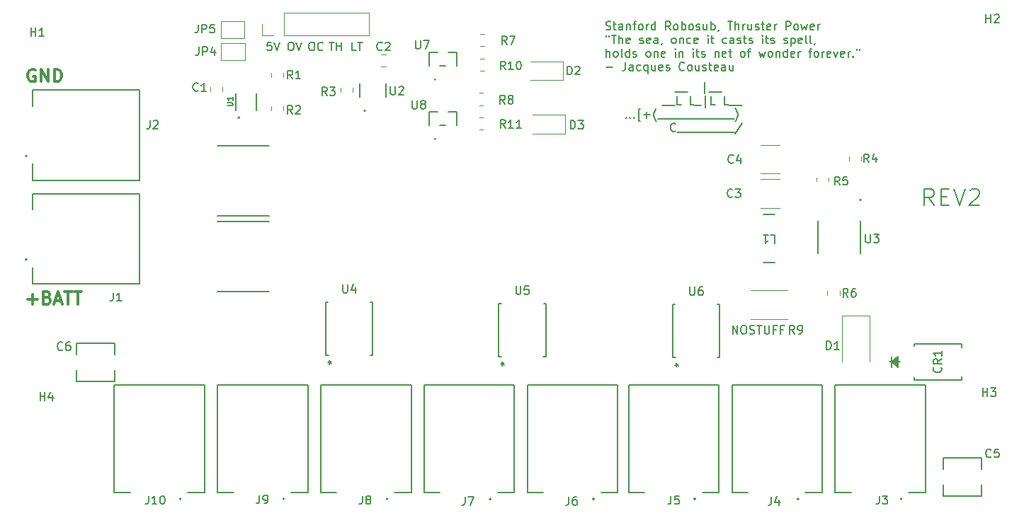
<source format=gbr>
%TF.GenerationSoftware,KiCad,Pcbnew,7.0.2-0*%
%TF.CreationDate,2024-06-30T17:20:26-07:00*%
%TF.ProjectId,Robosub_Power,526f626f-7375-4625-9f50-6f7765722e6b,rev?*%
%TF.SameCoordinates,Original*%
%TF.FileFunction,Legend,Top*%
%TF.FilePolarity,Positive*%
%FSLAX46Y46*%
G04 Gerber Fmt 4.6, Leading zero omitted, Abs format (unit mm)*
G04 Created by KiCad (PCBNEW 7.0.2-0) date 2024-06-30 17:20:26*
%MOMM*%
%LPD*%
G01*
G04 APERTURE LIST*
%ADD10C,0.300000*%
%ADD11C,0.150000*%
%ADD12C,0.127000*%
%ADD13C,0.200000*%
%ADD14C,0.120000*%
%ADD15C,0.152400*%
G04 APERTURE END LIST*
D10*
X204157142Y-168545000D02*
X205300000Y-168545000D01*
X204728571Y-169116428D02*
X204728571Y-167973571D01*
X206514285Y-168330714D02*
X206728571Y-168402142D01*
X206728571Y-168402142D02*
X206800000Y-168473571D01*
X206800000Y-168473571D02*
X206871428Y-168616428D01*
X206871428Y-168616428D02*
X206871428Y-168830714D01*
X206871428Y-168830714D02*
X206800000Y-168973571D01*
X206800000Y-168973571D02*
X206728571Y-169045000D01*
X206728571Y-169045000D02*
X206585714Y-169116428D01*
X206585714Y-169116428D02*
X206014285Y-169116428D01*
X206014285Y-169116428D02*
X206014285Y-167616428D01*
X206014285Y-167616428D02*
X206514285Y-167616428D01*
X206514285Y-167616428D02*
X206657143Y-167687857D01*
X206657143Y-167687857D02*
X206728571Y-167759285D01*
X206728571Y-167759285D02*
X206800000Y-167902142D01*
X206800000Y-167902142D02*
X206800000Y-168045000D01*
X206800000Y-168045000D02*
X206728571Y-168187857D01*
X206728571Y-168187857D02*
X206657143Y-168259285D01*
X206657143Y-168259285D02*
X206514285Y-168330714D01*
X206514285Y-168330714D02*
X206014285Y-168330714D01*
X207442857Y-168687857D02*
X208157143Y-168687857D01*
X207300000Y-169116428D02*
X207800000Y-167616428D01*
X207800000Y-167616428D02*
X208300000Y-169116428D01*
X208585714Y-167616428D02*
X209442857Y-167616428D01*
X209014285Y-169116428D02*
X209014285Y-167616428D01*
X209728571Y-167616428D02*
X210585714Y-167616428D01*
X210157142Y-169116428D02*
X210157142Y-167616428D01*
X205042857Y-141087857D02*
X204900000Y-141016428D01*
X204900000Y-141016428D02*
X204685714Y-141016428D01*
X204685714Y-141016428D02*
X204471428Y-141087857D01*
X204471428Y-141087857D02*
X204328571Y-141230714D01*
X204328571Y-141230714D02*
X204257142Y-141373571D01*
X204257142Y-141373571D02*
X204185714Y-141659285D01*
X204185714Y-141659285D02*
X204185714Y-141873571D01*
X204185714Y-141873571D02*
X204257142Y-142159285D01*
X204257142Y-142159285D02*
X204328571Y-142302142D01*
X204328571Y-142302142D02*
X204471428Y-142445000D01*
X204471428Y-142445000D02*
X204685714Y-142516428D01*
X204685714Y-142516428D02*
X204828571Y-142516428D01*
X204828571Y-142516428D02*
X205042857Y-142445000D01*
X205042857Y-142445000D02*
X205114285Y-142373571D01*
X205114285Y-142373571D02*
X205114285Y-141873571D01*
X205114285Y-141873571D02*
X204828571Y-141873571D01*
X205757142Y-142516428D02*
X205757142Y-141016428D01*
X205757142Y-141016428D02*
X206614285Y-142516428D01*
X206614285Y-142516428D02*
X206614285Y-141016428D01*
X207328571Y-142516428D02*
X207328571Y-141016428D01*
X207328571Y-141016428D02*
X207685714Y-141016428D01*
X207685714Y-141016428D02*
X207900000Y-141087857D01*
X207900000Y-141087857D02*
X208042857Y-141230714D01*
X208042857Y-141230714D02*
X208114286Y-141373571D01*
X208114286Y-141373571D02*
X208185714Y-141659285D01*
X208185714Y-141659285D02*
X208185714Y-141873571D01*
X208185714Y-141873571D02*
X208114286Y-142159285D01*
X208114286Y-142159285D02*
X208042857Y-142302142D01*
X208042857Y-142302142D02*
X207900000Y-142445000D01*
X207900000Y-142445000D02*
X207685714Y-142516428D01*
X207685714Y-142516428D02*
X207328571Y-142516428D01*
D11*
X312519047Y-157305238D02*
X311852380Y-156352857D01*
X311376190Y-157305238D02*
X311376190Y-155305238D01*
X311376190Y-155305238D02*
X312138095Y-155305238D01*
X312138095Y-155305238D02*
X312328571Y-155400476D01*
X312328571Y-155400476D02*
X312423809Y-155495714D01*
X312423809Y-155495714D02*
X312519047Y-155686190D01*
X312519047Y-155686190D02*
X312519047Y-155971904D01*
X312519047Y-155971904D02*
X312423809Y-156162380D01*
X312423809Y-156162380D02*
X312328571Y-156257619D01*
X312328571Y-156257619D02*
X312138095Y-156352857D01*
X312138095Y-156352857D02*
X311376190Y-156352857D01*
X313376190Y-156257619D02*
X314042857Y-156257619D01*
X314328571Y-157305238D02*
X313376190Y-157305238D01*
X313376190Y-157305238D02*
X313376190Y-155305238D01*
X313376190Y-155305238D02*
X314328571Y-155305238D01*
X314900000Y-155305238D02*
X315566666Y-157305238D01*
X315566666Y-157305238D02*
X316233333Y-155305238D01*
X316804762Y-155495714D02*
X316900000Y-155400476D01*
X316900000Y-155400476D02*
X317090476Y-155305238D01*
X317090476Y-155305238D02*
X317566667Y-155305238D01*
X317566667Y-155305238D02*
X317757143Y-155400476D01*
X317757143Y-155400476D02*
X317852381Y-155495714D01*
X317852381Y-155495714D02*
X317947619Y-155686190D01*
X317947619Y-155686190D02*
X317947619Y-155876666D01*
X317947619Y-155876666D02*
X317852381Y-156162380D01*
X317852381Y-156162380D02*
X316709524Y-157305238D01*
X316709524Y-157305238D02*
X317947619Y-157305238D01*
X243414285Y-138777619D02*
X242938095Y-138777619D01*
X242938095Y-138777619D02*
X242938095Y-137777619D01*
X243604762Y-137777619D02*
X244176190Y-137777619D01*
X243890476Y-138777619D02*
X243890476Y-137777619D01*
X273290476Y-136270000D02*
X273433333Y-136317619D01*
X273433333Y-136317619D02*
X273671428Y-136317619D01*
X273671428Y-136317619D02*
X273766666Y-136270000D01*
X273766666Y-136270000D02*
X273814285Y-136222380D01*
X273814285Y-136222380D02*
X273861904Y-136127142D01*
X273861904Y-136127142D02*
X273861904Y-136031904D01*
X273861904Y-136031904D02*
X273814285Y-135936666D01*
X273814285Y-135936666D02*
X273766666Y-135889047D01*
X273766666Y-135889047D02*
X273671428Y-135841428D01*
X273671428Y-135841428D02*
X273480952Y-135793809D01*
X273480952Y-135793809D02*
X273385714Y-135746190D01*
X273385714Y-135746190D02*
X273338095Y-135698571D01*
X273338095Y-135698571D02*
X273290476Y-135603333D01*
X273290476Y-135603333D02*
X273290476Y-135508095D01*
X273290476Y-135508095D02*
X273338095Y-135412857D01*
X273338095Y-135412857D02*
X273385714Y-135365238D01*
X273385714Y-135365238D02*
X273480952Y-135317619D01*
X273480952Y-135317619D02*
X273719047Y-135317619D01*
X273719047Y-135317619D02*
X273861904Y-135365238D01*
X274147619Y-135650952D02*
X274528571Y-135650952D01*
X274290476Y-135317619D02*
X274290476Y-136174761D01*
X274290476Y-136174761D02*
X274338095Y-136270000D01*
X274338095Y-136270000D02*
X274433333Y-136317619D01*
X274433333Y-136317619D02*
X274528571Y-136317619D01*
X275290476Y-136317619D02*
X275290476Y-135793809D01*
X275290476Y-135793809D02*
X275242857Y-135698571D01*
X275242857Y-135698571D02*
X275147619Y-135650952D01*
X275147619Y-135650952D02*
X274957143Y-135650952D01*
X274957143Y-135650952D02*
X274861905Y-135698571D01*
X275290476Y-136270000D02*
X275195238Y-136317619D01*
X275195238Y-136317619D02*
X274957143Y-136317619D01*
X274957143Y-136317619D02*
X274861905Y-136270000D01*
X274861905Y-136270000D02*
X274814286Y-136174761D01*
X274814286Y-136174761D02*
X274814286Y-136079523D01*
X274814286Y-136079523D02*
X274861905Y-135984285D01*
X274861905Y-135984285D02*
X274957143Y-135936666D01*
X274957143Y-135936666D02*
X275195238Y-135936666D01*
X275195238Y-135936666D02*
X275290476Y-135889047D01*
X275766667Y-135650952D02*
X275766667Y-136317619D01*
X275766667Y-135746190D02*
X275814286Y-135698571D01*
X275814286Y-135698571D02*
X275909524Y-135650952D01*
X275909524Y-135650952D02*
X276052381Y-135650952D01*
X276052381Y-135650952D02*
X276147619Y-135698571D01*
X276147619Y-135698571D02*
X276195238Y-135793809D01*
X276195238Y-135793809D02*
X276195238Y-136317619D01*
X276528572Y-135650952D02*
X276909524Y-135650952D01*
X276671429Y-136317619D02*
X276671429Y-135460476D01*
X276671429Y-135460476D02*
X276719048Y-135365238D01*
X276719048Y-135365238D02*
X276814286Y-135317619D01*
X276814286Y-135317619D02*
X276909524Y-135317619D01*
X277385715Y-136317619D02*
X277290477Y-136270000D01*
X277290477Y-136270000D02*
X277242858Y-136222380D01*
X277242858Y-136222380D02*
X277195239Y-136127142D01*
X277195239Y-136127142D02*
X277195239Y-135841428D01*
X277195239Y-135841428D02*
X277242858Y-135746190D01*
X277242858Y-135746190D02*
X277290477Y-135698571D01*
X277290477Y-135698571D02*
X277385715Y-135650952D01*
X277385715Y-135650952D02*
X277528572Y-135650952D01*
X277528572Y-135650952D02*
X277623810Y-135698571D01*
X277623810Y-135698571D02*
X277671429Y-135746190D01*
X277671429Y-135746190D02*
X277719048Y-135841428D01*
X277719048Y-135841428D02*
X277719048Y-136127142D01*
X277719048Y-136127142D02*
X277671429Y-136222380D01*
X277671429Y-136222380D02*
X277623810Y-136270000D01*
X277623810Y-136270000D02*
X277528572Y-136317619D01*
X277528572Y-136317619D02*
X277385715Y-136317619D01*
X278147620Y-136317619D02*
X278147620Y-135650952D01*
X278147620Y-135841428D02*
X278195239Y-135746190D01*
X278195239Y-135746190D02*
X278242858Y-135698571D01*
X278242858Y-135698571D02*
X278338096Y-135650952D01*
X278338096Y-135650952D02*
X278433334Y-135650952D01*
X279195239Y-136317619D02*
X279195239Y-135317619D01*
X279195239Y-136270000D02*
X279100001Y-136317619D01*
X279100001Y-136317619D02*
X278909525Y-136317619D01*
X278909525Y-136317619D02*
X278814287Y-136270000D01*
X278814287Y-136270000D02*
X278766668Y-136222380D01*
X278766668Y-136222380D02*
X278719049Y-136127142D01*
X278719049Y-136127142D02*
X278719049Y-135841428D01*
X278719049Y-135841428D02*
X278766668Y-135746190D01*
X278766668Y-135746190D02*
X278814287Y-135698571D01*
X278814287Y-135698571D02*
X278909525Y-135650952D01*
X278909525Y-135650952D02*
X279100001Y-135650952D01*
X279100001Y-135650952D02*
X279195239Y-135698571D01*
X281004763Y-136317619D02*
X280671430Y-135841428D01*
X280433335Y-136317619D02*
X280433335Y-135317619D01*
X280433335Y-135317619D02*
X280814287Y-135317619D01*
X280814287Y-135317619D02*
X280909525Y-135365238D01*
X280909525Y-135365238D02*
X280957144Y-135412857D01*
X280957144Y-135412857D02*
X281004763Y-135508095D01*
X281004763Y-135508095D02*
X281004763Y-135650952D01*
X281004763Y-135650952D02*
X280957144Y-135746190D01*
X280957144Y-135746190D02*
X280909525Y-135793809D01*
X280909525Y-135793809D02*
X280814287Y-135841428D01*
X280814287Y-135841428D02*
X280433335Y-135841428D01*
X281576192Y-136317619D02*
X281480954Y-136270000D01*
X281480954Y-136270000D02*
X281433335Y-136222380D01*
X281433335Y-136222380D02*
X281385716Y-136127142D01*
X281385716Y-136127142D02*
X281385716Y-135841428D01*
X281385716Y-135841428D02*
X281433335Y-135746190D01*
X281433335Y-135746190D02*
X281480954Y-135698571D01*
X281480954Y-135698571D02*
X281576192Y-135650952D01*
X281576192Y-135650952D02*
X281719049Y-135650952D01*
X281719049Y-135650952D02*
X281814287Y-135698571D01*
X281814287Y-135698571D02*
X281861906Y-135746190D01*
X281861906Y-135746190D02*
X281909525Y-135841428D01*
X281909525Y-135841428D02*
X281909525Y-136127142D01*
X281909525Y-136127142D02*
X281861906Y-136222380D01*
X281861906Y-136222380D02*
X281814287Y-136270000D01*
X281814287Y-136270000D02*
X281719049Y-136317619D01*
X281719049Y-136317619D02*
X281576192Y-136317619D01*
X282338097Y-136317619D02*
X282338097Y-135317619D01*
X282338097Y-135698571D02*
X282433335Y-135650952D01*
X282433335Y-135650952D02*
X282623811Y-135650952D01*
X282623811Y-135650952D02*
X282719049Y-135698571D01*
X282719049Y-135698571D02*
X282766668Y-135746190D01*
X282766668Y-135746190D02*
X282814287Y-135841428D01*
X282814287Y-135841428D02*
X282814287Y-136127142D01*
X282814287Y-136127142D02*
X282766668Y-136222380D01*
X282766668Y-136222380D02*
X282719049Y-136270000D01*
X282719049Y-136270000D02*
X282623811Y-136317619D01*
X282623811Y-136317619D02*
X282433335Y-136317619D01*
X282433335Y-136317619D02*
X282338097Y-136270000D01*
X283385716Y-136317619D02*
X283290478Y-136270000D01*
X283290478Y-136270000D02*
X283242859Y-136222380D01*
X283242859Y-136222380D02*
X283195240Y-136127142D01*
X283195240Y-136127142D02*
X283195240Y-135841428D01*
X283195240Y-135841428D02*
X283242859Y-135746190D01*
X283242859Y-135746190D02*
X283290478Y-135698571D01*
X283290478Y-135698571D02*
X283385716Y-135650952D01*
X283385716Y-135650952D02*
X283528573Y-135650952D01*
X283528573Y-135650952D02*
X283623811Y-135698571D01*
X283623811Y-135698571D02*
X283671430Y-135746190D01*
X283671430Y-135746190D02*
X283719049Y-135841428D01*
X283719049Y-135841428D02*
X283719049Y-136127142D01*
X283719049Y-136127142D02*
X283671430Y-136222380D01*
X283671430Y-136222380D02*
X283623811Y-136270000D01*
X283623811Y-136270000D02*
X283528573Y-136317619D01*
X283528573Y-136317619D02*
X283385716Y-136317619D01*
X284100002Y-136270000D02*
X284195240Y-136317619D01*
X284195240Y-136317619D02*
X284385716Y-136317619D01*
X284385716Y-136317619D02*
X284480954Y-136270000D01*
X284480954Y-136270000D02*
X284528573Y-136174761D01*
X284528573Y-136174761D02*
X284528573Y-136127142D01*
X284528573Y-136127142D02*
X284480954Y-136031904D01*
X284480954Y-136031904D02*
X284385716Y-135984285D01*
X284385716Y-135984285D02*
X284242859Y-135984285D01*
X284242859Y-135984285D02*
X284147621Y-135936666D01*
X284147621Y-135936666D02*
X284100002Y-135841428D01*
X284100002Y-135841428D02*
X284100002Y-135793809D01*
X284100002Y-135793809D02*
X284147621Y-135698571D01*
X284147621Y-135698571D02*
X284242859Y-135650952D01*
X284242859Y-135650952D02*
X284385716Y-135650952D01*
X284385716Y-135650952D02*
X284480954Y-135698571D01*
X285385716Y-135650952D02*
X285385716Y-136317619D01*
X284957145Y-135650952D02*
X284957145Y-136174761D01*
X284957145Y-136174761D02*
X285004764Y-136270000D01*
X285004764Y-136270000D02*
X285100002Y-136317619D01*
X285100002Y-136317619D02*
X285242859Y-136317619D01*
X285242859Y-136317619D02*
X285338097Y-136270000D01*
X285338097Y-136270000D02*
X285385716Y-136222380D01*
X285861907Y-136317619D02*
X285861907Y-135317619D01*
X285861907Y-135698571D02*
X285957145Y-135650952D01*
X285957145Y-135650952D02*
X286147621Y-135650952D01*
X286147621Y-135650952D02*
X286242859Y-135698571D01*
X286242859Y-135698571D02*
X286290478Y-135746190D01*
X286290478Y-135746190D02*
X286338097Y-135841428D01*
X286338097Y-135841428D02*
X286338097Y-136127142D01*
X286338097Y-136127142D02*
X286290478Y-136222380D01*
X286290478Y-136222380D02*
X286242859Y-136270000D01*
X286242859Y-136270000D02*
X286147621Y-136317619D01*
X286147621Y-136317619D02*
X285957145Y-136317619D01*
X285957145Y-136317619D02*
X285861907Y-136270000D01*
X286814288Y-136270000D02*
X286814288Y-136317619D01*
X286814288Y-136317619D02*
X286766669Y-136412857D01*
X286766669Y-136412857D02*
X286719050Y-136460476D01*
X287861907Y-135317619D02*
X288433335Y-135317619D01*
X288147621Y-136317619D02*
X288147621Y-135317619D01*
X288766669Y-136317619D02*
X288766669Y-135317619D01*
X289195240Y-136317619D02*
X289195240Y-135793809D01*
X289195240Y-135793809D02*
X289147621Y-135698571D01*
X289147621Y-135698571D02*
X289052383Y-135650952D01*
X289052383Y-135650952D02*
X288909526Y-135650952D01*
X288909526Y-135650952D02*
X288814288Y-135698571D01*
X288814288Y-135698571D02*
X288766669Y-135746190D01*
X289671431Y-136317619D02*
X289671431Y-135650952D01*
X289671431Y-135841428D02*
X289719050Y-135746190D01*
X289719050Y-135746190D02*
X289766669Y-135698571D01*
X289766669Y-135698571D02*
X289861907Y-135650952D01*
X289861907Y-135650952D02*
X289957145Y-135650952D01*
X290719050Y-135650952D02*
X290719050Y-136317619D01*
X290290479Y-135650952D02*
X290290479Y-136174761D01*
X290290479Y-136174761D02*
X290338098Y-136270000D01*
X290338098Y-136270000D02*
X290433336Y-136317619D01*
X290433336Y-136317619D02*
X290576193Y-136317619D01*
X290576193Y-136317619D02*
X290671431Y-136270000D01*
X290671431Y-136270000D02*
X290719050Y-136222380D01*
X291147622Y-136270000D02*
X291242860Y-136317619D01*
X291242860Y-136317619D02*
X291433336Y-136317619D01*
X291433336Y-136317619D02*
X291528574Y-136270000D01*
X291528574Y-136270000D02*
X291576193Y-136174761D01*
X291576193Y-136174761D02*
X291576193Y-136127142D01*
X291576193Y-136127142D02*
X291528574Y-136031904D01*
X291528574Y-136031904D02*
X291433336Y-135984285D01*
X291433336Y-135984285D02*
X291290479Y-135984285D01*
X291290479Y-135984285D02*
X291195241Y-135936666D01*
X291195241Y-135936666D02*
X291147622Y-135841428D01*
X291147622Y-135841428D02*
X291147622Y-135793809D01*
X291147622Y-135793809D02*
X291195241Y-135698571D01*
X291195241Y-135698571D02*
X291290479Y-135650952D01*
X291290479Y-135650952D02*
X291433336Y-135650952D01*
X291433336Y-135650952D02*
X291528574Y-135698571D01*
X291861908Y-135650952D02*
X292242860Y-135650952D01*
X292004765Y-135317619D02*
X292004765Y-136174761D01*
X292004765Y-136174761D02*
X292052384Y-136270000D01*
X292052384Y-136270000D02*
X292147622Y-136317619D01*
X292147622Y-136317619D02*
X292242860Y-136317619D01*
X292957146Y-136270000D02*
X292861908Y-136317619D01*
X292861908Y-136317619D02*
X292671432Y-136317619D01*
X292671432Y-136317619D02*
X292576194Y-136270000D01*
X292576194Y-136270000D02*
X292528575Y-136174761D01*
X292528575Y-136174761D02*
X292528575Y-135793809D01*
X292528575Y-135793809D02*
X292576194Y-135698571D01*
X292576194Y-135698571D02*
X292671432Y-135650952D01*
X292671432Y-135650952D02*
X292861908Y-135650952D01*
X292861908Y-135650952D02*
X292957146Y-135698571D01*
X292957146Y-135698571D02*
X293004765Y-135793809D01*
X293004765Y-135793809D02*
X293004765Y-135889047D01*
X293004765Y-135889047D02*
X292528575Y-135984285D01*
X293433337Y-136317619D02*
X293433337Y-135650952D01*
X293433337Y-135841428D02*
X293480956Y-135746190D01*
X293480956Y-135746190D02*
X293528575Y-135698571D01*
X293528575Y-135698571D02*
X293623813Y-135650952D01*
X293623813Y-135650952D02*
X293719051Y-135650952D01*
X294814290Y-136317619D02*
X294814290Y-135317619D01*
X294814290Y-135317619D02*
X295195242Y-135317619D01*
X295195242Y-135317619D02*
X295290480Y-135365238D01*
X295290480Y-135365238D02*
X295338099Y-135412857D01*
X295338099Y-135412857D02*
X295385718Y-135508095D01*
X295385718Y-135508095D02*
X295385718Y-135650952D01*
X295385718Y-135650952D02*
X295338099Y-135746190D01*
X295338099Y-135746190D02*
X295290480Y-135793809D01*
X295290480Y-135793809D02*
X295195242Y-135841428D01*
X295195242Y-135841428D02*
X294814290Y-135841428D01*
X295957147Y-136317619D02*
X295861909Y-136270000D01*
X295861909Y-136270000D02*
X295814290Y-136222380D01*
X295814290Y-136222380D02*
X295766671Y-136127142D01*
X295766671Y-136127142D02*
X295766671Y-135841428D01*
X295766671Y-135841428D02*
X295814290Y-135746190D01*
X295814290Y-135746190D02*
X295861909Y-135698571D01*
X295861909Y-135698571D02*
X295957147Y-135650952D01*
X295957147Y-135650952D02*
X296100004Y-135650952D01*
X296100004Y-135650952D02*
X296195242Y-135698571D01*
X296195242Y-135698571D02*
X296242861Y-135746190D01*
X296242861Y-135746190D02*
X296290480Y-135841428D01*
X296290480Y-135841428D02*
X296290480Y-136127142D01*
X296290480Y-136127142D02*
X296242861Y-136222380D01*
X296242861Y-136222380D02*
X296195242Y-136270000D01*
X296195242Y-136270000D02*
X296100004Y-136317619D01*
X296100004Y-136317619D02*
X295957147Y-136317619D01*
X296623814Y-135650952D02*
X296814290Y-136317619D01*
X296814290Y-136317619D02*
X297004766Y-135841428D01*
X297004766Y-135841428D02*
X297195242Y-136317619D01*
X297195242Y-136317619D02*
X297385718Y-135650952D01*
X298147623Y-136270000D02*
X298052385Y-136317619D01*
X298052385Y-136317619D02*
X297861909Y-136317619D01*
X297861909Y-136317619D02*
X297766671Y-136270000D01*
X297766671Y-136270000D02*
X297719052Y-136174761D01*
X297719052Y-136174761D02*
X297719052Y-135793809D01*
X297719052Y-135793809D02*
X297766671Y-135698571D01*
X297766671Y-135698571D02*
X297861909Y-135650952D01*
X297861909Y-135650952D02*
X298052385Y-135650952D01*
X298052385Y-135650952D02*
X298147623Y-135698571D01*
X298147623Y-135698571D02*
X298195242Y-135793809D01*
X298195242Y-135793809D02*
X298195242Y-135889047D01*
X298195242Y-135889047D02*
X297719052Y-135984285D01*
X298623814Y-136317619D02*
X298623814Y-135650952D01*
X298623814Y-135841428D02*
X298671433Y-135746190D01*
X298671433Y-135746190D02*
X298719052Y-135698571D01*
X298719052Y-135698571D02*
X298814290Y-135650952D01*
X298814290Y-135650952D02*
X298909528Y-135650952D01*
X273290476Y-136937619D02*
X273290476Y-137128095D01*
X273671428Y-136937619D02*
X273671428Y-137128095D01*
X273957143Y-136937619D02*
X274528571Y-136937619D01*
X274242857Y-137937619D02*
X274242857Y-136937619D01*
X274861905Y-137937619D02*
X274861905Y-136937619D01*
X275290476Y-137937619D02*
X275290476Y-137413809D01*
X275290476Y-137413809D02*
X275242857Y-137318571D01*
X275242857Y-137318571D02*
X275147619Y-137270952D01*
X275147619Y-137270952D02*
X275004762Y-137270952D01*
X275004762Y-137270952D02*
X274909524Y-137318571D01*
X274909524Y-137318571D02*
X274861905Y-137366190D01*
X276147619Y-137890000D02*
X276052381Y-137937619D01*
X276052381Y-137937619D02*
X275861905Y-137937619D01*
X275861905Y-137937619D02*
X275766667Y-137890000D01*
X275766667Y-137890000D02*
X275719048Y-137794761D01*
X275719048Y-137794761D02*
X275719048Y-137413809D01*
X275719048Y-137413809D02*
X275766667Y-137318571D01*
X275766667Y-137318571D02*
X275861905Y-137270952D01*
X275861905Y-137270952D02*
X276052381Y-137270952D01*
X276052381Y-137270952D02*
X276147619Y-137318571D01*
X276147619Y-137318571D02*
X276195238Y-137413809D01*
X276195238Y-137413809D02*
X276195238Y-137509047D01*
X276195238Y-137509047D02*
X275719048Y-137604285D01*
X277338096Y-137890000D02*
X277433334Y-137937619D01*
X277433334Y-137937619D02*
X277623810Y-137937619D01*
X277623810Y-137937619D02*
X277719048Y-137890000D01*
X277719048Y-137890000D02*
X277766667Y-137794761D01*
X277766667Y-137794761D02*
X277766667Y-137747142D01*
X277766667Y-137747142D02*
X277719048Y-137651904D01*
X277719048Y-137651904D02*
X277623810Y-137604285D01*
X277623810Y-137604285D02*
X277480953Y-137604285D01*
X277480953Y-137604285D02*
X277385715Y-137556666D01*
X277385715Y-137556666D02*
X277338096Y-137461428D01*
X277338096Y-137461428D02*
X277338096Y-137413809D01*
X277338096Y-137413809D02*
X277385715Y-137318571D01*
X277385715Y-137318571D02*
X277480953Y-137270952D01*
X277480953Y-137270952D02*
X277623810Y-137270952D01*
X277623810Y-137270952D02*
X277719048Y-137318571D01*
X278576191Y-137890000D02*
X278480953Y-137937619D01*
X278480953Y-137937619D02*
X278290477Y-137937619D01*
X278290477Y-137937619D02*
X278195239Y-137890000D01*
X278195239Y-137890000D02*
X278147620Y-137794761D01*
X278147620Y-137794761D02*
X278147620Y-137413809D01*
X278147620Y-137413809D02*
X278195239Y-137318571D01*
X278195239Y-137318571D02*
X278290477Y-137270952D01*
X278290477Y-137270952D02*
X278480953Y-137270952D01*
X278480953Y-137270952D02*
X278576191Y-137318571D01*
X278576191Y-137318571D02*
X278623810Y-137413809D01*
X278623810Y-137413809D02*
X278623810Y-137509047D01*
X278623810Y-137509047D02*
X278147620Y-137604285D01*
X279480953Y-137937619D02*
X279480953Y-137413809D01*
X279480953Y-137413809D02*
X279433334Y-137318571D01*
X279433334Y-137318571D02*
X279338096Y-137270952D01*
X279338096Y-137270952D02*
X279147620Y-137270952D01*
X279147620Y-137270952D02*
X279052382Y-137318571D01*
X279480953Y-137890000D02*
X279385715Y-137937619D01*
X279385715Y-137937619D02*
X279147620Y-137937619D01*
X279147620Y-137937619D02*
X279052382Y-137890000D01*
X279052382Y-137890000D02*
X279004763Y-137794761D01*
X279004763Y-137794761D02*
X279004763Y-137699523D01*
X279004763Y-137699523D02*
X279052382Y-137604285D01*
X279052382Y-137604285D02*
X279147620Y-137556666D01*
X279147620Y-137556666D02*
X279385715Y-137556666D01*
X279385715Y-137556666D02*
X279480953Y-137509047D01*
X280004763Y-137890000D02*
X280004763Y-137937619D01*
X280004763Y-137937619D02*
X279957144Y-138032857D01*
X279957144Y-138032857D02*
X279909525Y-138080476D01*
X281338096Y-137937619D02*
X281242858Y-137890000D01*
X281242858Y-137890000D02*
X281195239Y-137842380D01*
X281195239Y-137842380D02*
X281147620Y-137747142D01*
X281147620Y-137747142D02*
X281147620Y-137461428D01*
X281147620Y-137461428D02*
X281195239Y-137366190D01*
X281195239Y-137366190D02*
X281242858Y-137318571D01*
X281242858Y-137318571D02*
X281338096Y-137270952D01*
X281338096Y-137270952D02*
X281480953Y-137270952D01*
X281480953Y-137270952D02*
X281576191Y-137318571D01*
X281576191Y-137318571D02*
X281623810Y-137366190D01*
X281623810Y-137366190D02*
X281671429Y-137461428D01*
X281671429Y-137461428D02*
X281671429Y-137747142D01*
X281671429Y-137747142D02*
X281623810Y-137842380D01*
X281623810Y-137842380D02*
X281576191Y-137890000D01*
X281576191Y-137890000D02*
X281480953Y-137937619D01*
X281480953Y-137937619D02*
X281338096Y-137937619D01*
X282100001Y-137270952D02*
X282100001Y-137937619D01*
X282100001Y-137366190D02*
X282147620Y-137318571D01*
X282147620Y-137318571D02*
X282242858Y-137270952D01*
X282242858Y-137270952D02*
X282385715Y-137270952D01*
X282385715Y-137270952D02*
X282480953Y-137318571D01*
X282480953Y-137318571D02*
X282528572Y-137413809D01*
X282528572Y-137413809D02*
X282528572Y-137937619D01*
X283433334Y-137890000D02*
X283338096Y-137937619D01*
X283338096Y-137937619D02*
X283147620Y-137937619D01*
X283147620Y-137937619D02*
X283052382Y-137890000D01*
X283052382Y-137890000D02*
X283004763Y-137842380D01*
X283004763Y-137842380D02*
X282957144Y-137747142D01*
X282957144Y-137747142D02*
X282957144Y-137461428D01*
X282957144Y-137461428D02*
X283004763Y-137366190D01*
X283004763Y-137366190D02*
X283052382Y-137318571D01*
X283052382Y-137318571D02*
X283147620Y-137270952D01*
X283147620Y-137270952D02*
X283338096Y-137270952D01*
X283338096Y-137270952D02*
X283433334Y-137318571D01*
X284242858Y-137890000D02*
X284147620Y-137937619D01*
X284147620Y-137937619D02*
X283957144Y-137937619D01*
X283957144Y-137937619D02*
X283861906Y-137890000D01*
X283861906Y-137890000D02*
X283814287Y-137794761D01*
X283814287Y-137794761D02*
X283814287Y-137413809D01*
X283814287Y-137413809D02*
X283861906Y-137318571D01*
X283861906Y-137318571D02*
X283957144Y-137270952D01*
X283957144Y-137270952D02*
X284147620Y-137270952D01*
X284147620Y-137270952D02*
X284242858Y-137318571D01*
X284242858Y-137318571D02*
X284290477Y-137413809D01*
X284290477Y-137413809D02*
X284290477Y-137509047D01*
X284290477Y-137509047D02*
X283814287Y-137604285D01*
X285480954Y-137937619D02*
X285480954Y-137270952D01*
X285480954Y-136937619D02*
X285433335Y-136985238D01*
X285433335Y-136985238D02*
X285480954Y-137032857D01*
X285480954Y-137032857D02*
X285528573Y-136985238D01*
X285528573Y-136985238D02*
X285480954Y-136937619D01*
X285480954Y-136937619D02*
X285480954Y-137032857D01*
X285814287Y-137270952D02*
X286195239Y-137270952D01*
X285957144Y-136937619D02*
X285957144Y-137794761D01*
X285957144Y-137794761D02*
X286004763Y-137890000D01*
X286004763Y-137890000D02*
X286100001Y-137937619D01*
X286100001Y-137937619D02*
X286195239Y-137937619D01*
X287719049Y-137890000D02*
X287623811Y-137937619D01*
X287623811Y-137937619D02*
X287433335Y-137937619D01*
X287433335Y-137937619D02*
X287338097Y-137890000D01*
X287338097Y-137890000D02*
X287290478Y-137842380D01*
X287290478Y-137842380D02*
X287242859Y-137747142D01*
X287242859Y-137747142D02*
X287242859Y-137461428D01*
X287242859Y-137461428D02*
X287290478Y-137366190D01*
X287290478Y-137366190D02*
X287338097Y-137318571D01*
X287338097Y-137318571D02*
X287433335Y-137270952D01*
X287433335Y-137270952D02*
X287623811Y-137270952D01*
X287623811Y-137270952D02*
X287719049Y-137318571D01*
X288576192Y-137937619D02*
X288576192Y-137413809D01*
X288576192Y-137413809D02*
X288528573Y-137318571D01*
X288528573Y-137318571D02*
X288433335Y-137270952D01*
X288433335Y-137270952D02*
X288242859Y-137270952D01*
X288242859Y-137270952D02*
X288147621Y-137318571D01*
X288576192Y-137890000D02*
X288480954Y-137937619D01*
X288480954Y-137937619D02*
X288242859Y-137937619D01*
X288242859Y-137937619D02*
X288147621Y-137890000D01*
X288147621Y-137890000D02*
X288100002Y-137794761D01*
X288100002Y-137794761D02*
X288100002Y-137699523D01*
X288100002Y-137699523D02*
X288147621Y-137604285D01*
X288147621Y-137604285D02*
X288242859Y-137556666D01*
X288242859Y-137556666D02*
X288480954Y-137556666D01*
X288480954Y-137556666D02*
X288576192Y-137509047D01*
X289004764Y-137890000D02*
X289100002Y-137937619D01*
X289100002Y-137937619D02*
X289290478Y-137937619D01*
X289290478Y-137937619D02*
X289385716Y-137890000D01*
X289385716Y-137890000D02*
X289433335Y-137794761D01*
X289433335Y-137794761D02*
X289433335Y-137747142D01*
X289433335Y-137747142D02*
X289385716Y-137651904D01*
X289385716Y-137651904D02*
X289290478Y-137604285D01*
X289290478Y-137604285D02*
X289147621Y-137604285D01*
X289147621Y-137604285D02*
X289052383Y-137556666D01*
X289052383Y-137556666D02*
X289004764Y-137461428D01*
X289004764Y-137461428D02*
X289004764Y-137413809D01*
X289004764Y-137413809D02*
X289052383Y-137318571D01*
X289052383Y-137318571D02*
X289147621Y-137270952D01*
X289147621Y-137270952D02*
X289290478Y-137270952D01*
X289290478Y-137270952D02*
X289385716Y-137318571D01*
X289719050Y-137270952D02*
X290100002Y-137270952D01*
X289861907Y-136937619D02*
X289861907Y-137794761D01*
X289861907Y-137794761D02*
X289909526Y-137890000D01*
X289909526Y-137890000D02*
X290004764Y-137937619D01*
X290004764Y-137937619D02*
X290100002Y-137937619D01*
X290385717Y-137890000D02*
X290480955Y-137937619D01*
X290480955Y-137937619D02*
X290671431Y-137937619D01*
X290671431Y-137937619D02*
X290766669Y-137890000D01*
X290766669Y-137890000D02*
X290814288Y-137794761D01*
X290814288Y-137794761D02*
X290814288Y-137747142D01*
X290814288Y-137747142D02*
X290766669Y-137651904D01*
X290766669Y-137651904D02*
X290671431Y-137604285D01*
X290671431Y-137604285D02*
X290528574Y-137604285D01*
X290528574Y-137604285D02*
X290433336Y-137556666D01*
X290433336Y-137556666D02*
X290385717Y-137461428D01*
X290385717Y-137461428D02*
X290385717Y-137413809D01*
X290385717Y-137413809D02*
X290433336Y-137318571D01*
X290433336Y-137318571D02*
X290528574Y-137270952D01*
X290528574Y-137270952D02*
X290671431Y-137270952D01*
X290671431Y-137270952D02*
X290766669Y-137318571D01*
X292004765Y-137937619D02*
X292004765Y-137270952D01*
X292004765Y-136937619D02*
X291957146Y-136985238D01*
X291957146Y-136985238D02*
X292004765Y-137032857D01*
X292004765Y-137032857D02*
X292052384Y-136985238D01*
X292052384Y-136985238D02*
X292004765Y-136937619D01*
X292004765Y-136937619D02*
X292004765Y-137032857D01*
X292338098Y-137270952D02*
X292719050Y-137270952D01*
X292480955Y-136937619D02*
X292480955Y-137794761D01*
X292480955Y-137794761D02*
X292528574Y-137890000D01*
X292528574Y-137890000D02*
X292623812Y-137937619D01*
X292623812Y-137937619D02*
X292719050Y-137937619D01*
X293004765Y-137890000D02*
X293100003Y-137937619D01*
X293100003Y-137937619D02*
X293290479Y-137937619D01*
X293290479Y-137937619D02*
X293385717Y-137890000D01*
X293385717Y-137890000D02*
X293433336Y-137794761D01*
X293433336Y-137794761D02*
X293433336Y-137747142D01*
X293433336Y-137747142D02*
X293385717Y-137651904D01*
X293385717Y-137651904D02*
X293290479Y-137604285D01*
X293290479Y-137604285D02*
X293147622Y-137604285D01*
X293147622Y-137604285D02*
X293052384Y-137556666D01*
X293052384Y-137556666D02*
X293004765Y-137461428D01*
X293004765Y-137461428D02*
X293004765Y-137413809D01*
X293004765Y-137413809D02*
X293052384Y-137318571D01*
X293052384Y-137318571D02*
X293147622Y-137270952D01*
X293147622Y-137270952D02*
X293290479Y-137270952D01*
X293290479Y-137270952D02*
X293385717Y-137318571D01*
X294576194Y-137890000D02*
X294671432Y-137937619D01*
X294671432Y-137937619D02*
X294861908Y-137937619D01*
X294861908Y-137937619D02*
X294957146Y-137890000D01*
X294957146Y-137890000D02*
X295004765Y-137794761D01*
X295004765Y-137794761D02*
X295004765Y-137747142D01*
X295004765Y-137747142D02*
X294957146Y-137651904D01*
X294957146Y-137651904D02*
X294861908Y-137604285D01*
X294861908Y-137604285D02*
X294719051Y-137604285D01*
X294719051Y-137604285D02*
X294623813Y-137556666D01*
X294623813Y-137556666D02*
X294576194Y-137461428D01*
X294576194Y-137461428D02*
X294576194Y-137413809D01*
X294576194Y-137413809D02*
X294623813Y-137318571D01*
X294623813Y-137318571D02*
X294719051Y-137270952D01*
X294719051Y-137270952D02*
X294861908Y-137270952D01*
X294861908Y-137270952D02*
X294957146Y-137318571D01*
X295433337Y-137270952D02*
X295433337Y-138270952D01*
X295433337Y-137318571D02*
X295528575Y-137270952D01*
X295528575Y-137270952D02*
X295719051Y-137270952D01*
X295719051Y-137270952D02*
X295814289Y-137318571D01*
X295814289Y-137318571D02*
X295861908Y-137366190D01*
X295861908Y-137366190D02*
X295909527Y-137461428D01*
X295909527Y-137461428D02*
X295909527Y-137747142D01*
X295909527Y-137747142D02*
X295861908Y-137842380D01*
X295861908Y-137842380D02*
X295814289Y-137890000D01*
X295814289Y-137890000D02*
X295719051Y-137937619D01*
X295719051Y-137937619D02*
X295528575Y-137937619D01*
X295528575Y-137937619D02*
X295433337Y-137890000D01*
X296719051Y-137890000D02*
X296623813Y-137937619D01*
X296623813Y-137937619D02*
X296433337Y-137937619D01*
X296433337Y-137937619D02*
X296338099Y-137890000D01*
X296338099Y-137890000D02*
X296290480Y-137794761D01*
X296290480Y-137794761D02*
X296290480Y-137413809D01*
X296290480Y-137413809D02*
X296338099Y-137318571D01*
X296338099Y-137318571D02*
X296433337Y-137270952D01*
X296433337Y-137270952D02*
X296623813Y-137270952D01*
X296623813Y-137270952D02*
X296719051Y-137318571D01*
X296719051Y-137318571D02*
X296766670Y-137413809D01*
X296766670Y-137413809D02*
X296766670Y-137509047D01*
X296766670Y-137509047D02*
X296290480Y-137604285D01*
X297338099Y-137937619D02*
X297242861Y-137890000D01*
X297242861Y-137890000D02*
X297195242Y-137794761D01*
X297195242Y-137794761D02*
X297195242Y-136937619D01*
X297861909Y-137937619D02*
X297766671Y-137890000D01*
X297766671Y-137890000D02*
X297719052Y-137794761D01*
X297719052Y-137794761D02*
X297719052Y-136937619D01*
X298290481Y-137890000D02*
X298290481Y-137937619D01*
X298290481Y-137937619D02*
X298242862Y-138032857D01*
X298242862Y-138032857D02*
X298195243Y-138080476D01*
X273338095Y-139557619D02*
X273338095Y-138557619D01*
X273766666Y-139557619D02*
X273766666Y-139033809D01*
X273766666Y-139033809D02*
X273719047Y-138938571D01*
X273719047Y-138938571D02*
X273623809Y-138890952D01*
X273623809Y-138890952D02*
X273480952Y-138890952D01*
X273480952Y-138890952D02*
X273385714Y-138938571D01*
X273385714Y-138938571D02*
X273338095Y-138986190D01*
X274385714Y-139557619D02*
X274290476Y-139510000D01*
X274290476Y-139510000D02*
X274242857Y-139462380D01*
X274242857Y-139462380D02*
X274195238Y-139367142D01*
X274195238Y-139367142D02*
X274195238Y-139081428D01*
X274195238Y-139081428D02*
X274242857Y-138986190D01*
X274242857Y-138986190D02*
X274290476Y-138938571D01*
X274290476Y-138938571D02*
X274385714Y-138890952D01*
X274385714Y-138890952D02*
X274528571Y-138890952D01*
X274528571Y-138890952D02*
X274623809Y-138938571D01*
X274623809Y-138938571D02*
X274671428Y-138986190D01*
X274671428Y-138986190D02*
X274719047Y-139081428D01*
X274719047Y-139081428D02*
X274719047Y-139367142D01*
X274719047Y-139367142D02*
X274671428Y-139462380D01*
X274671428Y-139462380D02*
X274623809Y-139510000D01*
X274623809Y-139510000D02*
X274528571Y-139557619D01*
X274528571Y-139557619D02*
X274385714Y-139557619D01*
X275290476Y-139557619D02*
X275195238Y-139510000D01*
X275195238Y-139510000D02*
X275147619Y-139414761D01*
X275147619Y-139414761D02*
X275147619Y-138557619D01*
X276100000Y-139557619D02*
X276100000Y-138557619D01*
X276100000Y-139510000D02*
X276004762Y-139557619D01*
X276004762Y-139557619D02*
X275814286Y-139557619D01*
X275814286Y-139557619D02*
X275719048Y-139510000D01*
X275719048Y-139510000D02*
X275671429Y-139462380D01*
X275671429Y-139462380D02*
X275623810Y-139367142D01*
X275623810Y-139367142D02*
X275623810Y-139081428D01*
X275623810Y-139081428D02*
X275671429Y-138986190D01*
X275671429Y-138986190D02*
X275719048Y-138938571D01*
X275719048Y-138938571D02*
X275814286Y-138890952D01*
X275814286Y-138890952D02*
X276004762Y-138890952D01*
X276004762Y-138890952D02*
X276100000Y-138938571D01*
X276528572Y-139510000D02*
X276623810Y-139557619D01*
X276623810Y-139557619D02*
X276814286Y-139557619D01*
X276814286Y-139557619D02*
X276909524Y-139510000D01*
X276909524Y-139510000D02*
X276957143Y-139414761D01*
X276957143Y-139414761D02*
X276957143Y-139367142D01*
X276957143Y-139367142D02*
X276909524Y-139271904D01*
X276909524Y-139271904D02*
X276814286Y-139224285D01*
X276814286Y-139224285D02*
X276671429Y-139224285D01*
X276671429Y-139224285D02*
X276576191Y-139176666D01*
X276576191Y-139176666D02*
X276528572Y-139081428D01*
X276528572Y-139081428D02*
X276528572Y-139033809D01*
X276528572Y-139033809D02*
X276576191Y-138938571D01*
X276576191Y-138938571D02*
X276671429Y-138890952D01*
X276671429Y-138890952D02*
X276814286Y-138890952D01*
X276814286Y-138890952D02*
X276909524Y-138938571D01*
X278290477Y-139557619D02*
X278195239Y-139510000D01*
X278195239Y-139510000D02*
X278147620Y-139462380D01*
X278147620Y-139462380D02*
X278100001Y-139367142D01*
X278100001Y-139367142D02*
X278100001Y-139081428D01*
X278100001Y-139081428D02*
X278147620Y-138986190D01*
X278147620Y-138986190D02*
X278195239Y-138938571D01*
X278195239Y-138938571D02*
X278290477Y-138890952D01*
X278290477Y-138890952D02*
X278433334Y-138890952D01*
X278433334Y-138890952D02*
X278528572Y-138938571D01*
X278528572Y-138938571D02*
X278576191Y-138986190D01*
X278576191Y-138986190D02*
X278623810Y-139081428D01*
X278623810Y-139081428D02*
X278623810Y-139367142D01*
X278623810Y-139367142D02*
X278576191Y-139462380D01*
X278576191Y-139462380D02*
X278528572Y-139510000D01*
X278528572Y-139510000D02*
X278433334Y-139557619D01*
X278433334Y-139557619D02*
X278290477Y-139557619D01*
X279052382Y-138890952D02*
X279052382Y-139557619D01*
X279052382Y-138986190D02*
X279100001Y-138938571D01*
X279100001Y-138938571D02*
X279195239Y-138890952D01*
X279195239Y-138890952D02*
X279338096Y-138890952D01*
X279338096Y-138890952D02*
X279433334Y-138938571D01*
X279433334Y-138938571D02*
X279480953Y-139033809D01*
X279480953Y-139033809D02*
X279480953Y-139557619D01*
X280338096Y-139510000D02*
X280242858Y-139557619D01*
X280242858Y-139557619D02*
X280052382Y-139557619D01*
X280052382Y-139557619D02*
X279957144Y-139510000D01*
X279957144Y-139510000D02*
X279909525Y-139414761D01*
X279909525Y-139414761D02*
X279909525Y-139033809D01*
X279909525Y-139033809D02*
X279957144Y-138938571D01*
X279957144Y-138938571D02*
X280052382Y-138890952D01*
X280052382Y-138890952D02*
X280242858Y-138890952D01*
X280242858Y-138890952D02*
X280338096Y-138938571D01*
X280338096Y-138938571D02*
X280385715Y-139033809D01*
X280385715Y-139033809D02*
X280385715Y-139129047D01*
X280385715Y-139129047D02*
X279909525Y-139224285D01*
X281576192Y-139557619D02*
X281576192Y-138890952D01*
X281576192Y-138557619D02*
X281528573Y-138605238D01*
X281528573Y-138605238D02*
X281576192Y-138652857D01*
X281576192Y-138652857D02*
X281623811Y-138605238D01*
X281623811Y-138605238D02*
X281576192Y-138557619D01*
X281576192Y-138557619D02*
X281576192Y-138652857D01*
X282052382Y-138890952D02*
X282052382Y-139557619D01*
X282052382Y-138986190D02*
X282100001Y-138938571D01*
X282100001Y-138938571D02*
X282195239Y-138890952D01*
X282195239Y-138890952D02*
X282338096Y-138890952D01*
X282338096Y-138890952D02*
X282433334Y-138938571D01*
X282433334Y-138938571D02*
X282480953Y-139033809D01*
X282480953Y-139033809D02*
X282480953Y-139557619D01*
X283719049Y-139557619D02*
X283719049Y-138890952D01*
X283719049Y-138557619D02*
X283671430Y-138605238D01*
X283671430Y-138605238D02*
X283719049Y-138652857D01*
X283719049Y-138652857D02*
X283766668Y-138605238D01*
X283766668Y-138605238D02*
X283719049Y-138557619D01*
X283719049Y-138557619D02*
X283719049Y-138652857D01*
X284052382Y-138890952D02*
X284433334Y-138890952D01*
X284195239Y-138557619D02*
X284195239Y-139414761D01*
X284195239Y-139414761D02*
X284242858Y-139510000D01*
X284242858Y-139510000D02*
X284338096Y-139557619D01*
X284338096Y-139557619D02*
X284433334Y-139557619D01*
X284719049Y-139510000D02*
X284814287Y-139557619D01*
X284814287Y-139557619D02*
X285004763Y-139557619D01*
X285004763Y-139557619D02*
X285100001Y-139510000D01*
X285100001Y-139510000D02*
X285147620Y-139414761D01*
X285147620Y-139414761D02*
X285147620Y-139367142D01*
X285147620Y-139367142D02*
X285100001Y-139271904D01*
X285100001Y-139271904D02*
X285004763Y-139224285D01*
X285004763Y-139224285D02*
X284861906Y-139224285D01*
X284861906Y-139224285D02*
X284766668Y-139176666D01*
X284766668Y-139176666D02*
X284719049Y-139081428D01*
X284719049Y-139081428D02*
X284719049Y-139033809D01*
X284719049Y-139033809D02*
X284766668Y-138938571D01*
X284766668Y-138938571D02*
X284861906Y-138890952D01*
X284861906Y-138890952D02*
X285004763Y-138890952D01*
X285004763Y-138890952D02*
X285100001Y-138938571D01*
X286338097Y-138890952D02*
X286338097Y-139557619D01*
X286338097Y-138986190D02*
X286385716Y-138938571D01*
X286385716Y-138938571D02*
X286480954Y-138890952D01*
X286480954Y-138890952D02*
X286623811Y-138890952D01*
X286623811Y-138890952D02*
X286719049Y-138938571D01*
X286719049Y-138938571D02*
X286766668Y-139033809D01*
X286766668Y-139033809D02*
X286766668Y-139557619D01*
X287623811Y-139510000D02*
X287528573Y-139557619D01*
X287528573Y-139557619D02*
X287338097Y-139557619D01*
X287338097Y-139557619D02*
X287242859Y-139510000D01*
X287242859Y-139510000D02*
X287195240Y-139414761D01*
X287195240Y-139414761D02*
X287195240Y-139033809D01*
X287195240Y-139033809D02*
X287242859Y-138938571D01*
X287242859Y-138938571D02*
X287338097Y-138890952D01*
X287338097Y-138890952D02*
X287528573Y-138890952D01*
X287528573Y-138890952D02*
X287623811Y-138938571D01*
X287623811Y-138938571D02*
X287671430Y-139033809D01*
X287671430Y-139033809D02*
X287671430Y-139129047D01*
X287671430Y-139129047D02*
X287195240Y-139224285D01*
X287957145Y-138890952D02*
X288338097Y-138890952D01*
X288100002Y-138557619D02*
X288100002Y-139414761D01*
X288100002Y-139414761D02*
X288147621Y-139510000D01*
X288147621Y-139510000D02*
X288242859Y-139557619D01*
X288242859Y-139557619D02*
X288338097Y-139557619D01*
X289576193Y-139557619D02*
X289480955Y-139510000D01*
X289480955Y-139510000D02*
X289433336Y-139462380D01*
X289433336Y-139462380D02*
X289385717Y-139367142D01*
X289385717Y-139367142D02*
X289385717Y-139081428D01*
X289385717Y-139081428D02*
X289433336Y-138986190D01*
X289433336Y-138986190D02*
X289480955Y-138938571D01*
X289480955Y-138938571D02*
X289576193Y-138890952D01*
X289576193Y-138890952D02*
X289719050Y-138890952D01*
X289719050Y-138890952D02*
X289814288Y-138938571D01*
X289814288Y-138938571D02*
X289861907Y-138986190D01*
X289861907Y-138986190D02*
X289909526Y-139081428D01*
X289909526Y-139081428D02*
X289909526Y-139367142D01*
X289909526Y-139367142D02*
X289861907Y-139462380D01*
X289861907Y-139462380D02*
X289814288Y-139510000D01*
X289814288Y-139510000D02*
X289719050Y-139557619D01*
X289719050Y-139557619D02*
X289576193Y-139557619D01*
X290195241Y-138890952D02*
X290576193Y-138890952D01*
X290338098Y-139557619D02*
X290338098Y-138700476D01*
X290338098Y-138700476D02*
X290385717Y-138605238D01*
X290385717Y-138605238D02*
X290480955Y-138557619D01*
X290480955Y-138557619D02*
X290576193Y-138557619D01*
X291576194Y-138890952D02*
X291766670Y-139557619D01*
X291766670Y-139557619D02*
X291957146Y-139081428D01*
X291957146Y-139081428D02*
X292147622Y-139557619D01*
X292147622Y-139557619D02*
X292338098Y-138890952D01*
X292861908Y-139557619D02*
X292766670Y-139510000D01*
X292766670Y-139510000D02*
X292719051Y-139462380D01*
X292719051Y-139462380D02*
X292671432Y-139367142D01*
X292671432Y-139367142D02*
X292671432Y-139081428D01*
X292671432Y-139081428D02*
X292719051Y-138986190D01*
X292719051Y-138986190D02*
X292766670Y-138938571D01*
X292766670Y-138938571D02*
X292861908Y-138890952D01*
X292861908Y-138890952D02*
X293004765Y-138890952D01*
X293004765Y-138890952D02*
X293100003Y-138938571D01*
X293100003Y-138938571D02*
X293147622Y-138986190D01*
X293147622Y-138986190D02*
X293195241Y-139081428D01*
X293195241Y-139081428D02*
X293195241Y-139367142D01*
X293195241Y-139367142D02*
X293147622Y-139462380D01*
X293147622Y-139462380D02*
X293100003Y-139510000D01*
X293100003Y-139510000D02*
X293004765Y-139557619D01*
X293004765Y-139557619D02*
X292861908Y-139557619D01*
X293623813Y-138890952D02*
X293623813Y-139557619D01*
X293623813Y-138986190D02*
X293671432Y-138938571D01*
X293671432Y-138938571D02*
X293766670Y-138890952D01*
X293766670Y-138890952D02*
X293909527Y-138890952D01*
X293909527Y-138890952D02*
X294004765Y-138938571D01*
X294004765Y-138938571D02*
X294052384Y-139033809D01*
X294052384Y-139033809D02*
X294052384Y-139557619D01*
X294957146Y-139557619D02*
X294957146Y-138557619D01*
X294957146Y-139510000D02*
X294861908Y-139557619D01*
X294861908Y-139557619D02*
X294671432Y-139557619D01*
X294671432Y-139557619D02*
X294576194Y-139510000D01*
X294576194Y-139510000D02*
X294528575Y-139462380D01*
X294528575Y-139462380D02*
X294480956Y-139367142D01*
X294480956Y-139367142D02*
X294480956Y-139081428D01*
X294480956Y-139081428D02*
X294528575Y-138986190D01*
X294528575Y-138986190D02*
X294576194Y-138938571D01*
X294576194Y-138938571D02*
X294671432Y-138890952D01*
X294671432Y-138890952D02*
X294861908Y-138890952D01*
X294861908Y-138890952D02*
X294957146Y-138938571D01*
X295814289Y-139510000D02*
X295719051Y-139557619D01*
X295719051Y-139557619D02*
X295528575Y-139557619D01*
X295528575Y-139557619D02*
X295433337Y-139510000D01*
X295433337Y-139510000D02*
X295385718Y-139414761D01*
X295385718Y-139414761D02*
X295385718Y-139033809D01*
X295385718Y-139033809D02*
X295433337Y-138938571D01*
X295433337Y-138938571D02*
X295528575Y-138890952D01*
X295528575Y-138890952D02*
X295719051Y-138890952D01*
X295719051Y-138890952D02*
X295814289Y-138938571D01*
X295814289Y-138938571D02*
X295861908Y-139033809D01*
X295861908Y-139033809D02*
X295861908Y-139129047D01*
X295861908Y-139129047D02*
X295385718Y-139224285D01*
X296290480Y-139557619D02*
X296290480Y-138890952D01*
X296290480Y-139081428D02*
X296338099Y-138986190D01*
X296338099Y-138986190D02*
X296385718Y-138938571D01*
X296385718Y-138938571D02*
X296480956Y-138890952D01*
X296480956Y-138890952D02*
X296576194Y-138890952D01*
X297528576Y-138890952D02*
X297909528Y-138890952D01*
X297671433Y-139557619D02*
X297671433Y-138700476D01*
X297671433Y-138700476D02*
X297719052Y-138605238D01*
X297719052Y-138605238D02*
X297814290Y-138557619D01*
X297814290Y-138557619D02*
X297909528Y-138557619D01*
X298385719Y-139557619D02*
X298290481Y-139510000D01*
X298290481Y-139510000D02*
X298242862Y-139462380D01*
X298242862Y-139462380D02*
X298195243Y-139367142D01*
X298195243Y-139367142D02*
X298195243Y-139081428D01*
X298195243Y-139081428D02*
X298242862Y-138986190D01*
X298242862Y-138986190D02*
X298290481Y-138938571D01*
X298290481Y-138938571D02*
X298385719Y-138890952D01*
X298385719Y-138890952D02*
X298528576Y-138890952D01*
X298528576Y-138890952D02*
X298623814Y-138938571D01*
X298623814Y-138938571D02*
X298671433Y-138986190D01*
X298671433Y-138986190D02*
X298719052Y-139081428D01*
X298719052Y-139081428D02*
X298719052Y-139367142D01*
X298719052Y-139367142D02*
X298671433Y-139462380D01*
X298671433Y-139462380D02*
X298623814Y-139510000D01*
X298623814Y-139510000D02*
X298528576Y-139557619D01*
X298528576Y-139557619D02*
X298385719Y-139557619D01*
X299147624Y-139557619D02*
X299147624Y-138890952D01*
X299147624Y-139081428D02*
X299195243Y-138986190D01*
X299195243Y-138986190D02*
X299242862Y-138938571D01*
X299242862Y-138938571D02*
X299338100Y-138890952D01*
X299338100Y-138890952D02*
X299433338Y-138890952D01*
X300147624Y-139510000D02*
X300052386Y-139557619D01*
X300052386Y-139557619D02*
X299861910Y-139557619D01*
X299861910Y-139557619D02*
X299766672Y-139510000D01*
X299766672Y-139510000D02*
X299719053Y-139414761D01*
X299719053Y-139414761D02*
X299719053Y-139033809D01*
X299719053Y-139033809D02*
X299766672Y-138938571D01*
X299766672Y-138938571D02*
X299861910Y-138890952D01*
X299861910Y-138890952D02*
X300052386Y-138890952D01*
X300052386Y-138890952D02*
X300147624Y-138938571D01*
X300147624Y-138938571D02*
X300195243Y-139033809D01*
X300195243Y-139033809D02*
X300195243Y-139129047D01*
X300195243Y-139129047D02*
X299719053Y-139224285D01*
X300528577Y-138890952D02*
X300766672Y-139557619D01*
X300766672Y-139557619D02*
X301004767Y-138890952D01*
X301766672Y-139510000D02*
X301671434Y-139557619D01*
X301671434Y-139557619D02*
X301480958Y-139557619D01*
X301480958Y-139557619D02*
X301385720Y-139510000D01*
X301385720Y-139510000D02*
X301338101Y-139414761D01*
X301338101Y-139414761D02*
X301338101Y-139033809D01*
X301338101Y-139033809D02*
X301385720Y-138938571D01*
X301385720Y-138938571D02*
X301480958Y-138890952D01*
X301480958Y-138890952D02*
X301671434Y-138890952D01*
X301671434Y-138890952D02*
X301766672Y-138938571D01*
X301766672Y-138938571D02*
X301814291Y-139033809D01*
X301814291Y-139033809D02*
X301814291Y-139129047D01*
X301814291Y-139129047D02*
X301338101Y-139224285D01*
X302242863Y-139557619D02*
X302242863Y-138890952D01*
X302242863Y-139081428D02*
X302290482Y-138986190D01*
X302290482Y-138986190D02*
X302338101Y-138938571D01*
X302338101Y-138938571D02*
X302433339Y-138890952D01*
X302433339Y-138890952D02*
X302528577Y-138890952D01*
X302861911Y-139462380D02*
X302909530Y-139510000D01*
X302909530Y-139510000D02*
X302861911Y-139557619D01*
X302861911Y-139557619D02*
X302814292Y-139510000D01*
X302814292Y-139510000D02*
X302861911Y-139462380D01*
X302861911Y-139462380D02*
X302861911Y-139557619D01*
X303290482Y-138557619D02*
X303290482Y-138748095D01*
X303671434Y-138557619D02*
X303671434Y-138748095D01*
X273338095Y-140796666D02*
X274100000Y-140796666D01*
X275623809Y-140177619D02*
X275623809Y-140891904D01*
X275623809Y-140891904D02*
X275576190Y-141034761D01*
X275576190Y-141034761D02*
X275480952Y-141130000D01*
X275480952Y-141130000D02*
X275338095Y-141177619D01*
X275338095Y-141177619D02*
X275242857Y-141177619D01*
X276528571Y-141177619D02*
X276528571Y-140653809D01*
X276528571Y-140653809D02*
X276480952Y-140558571D01*
X276480952Y-140558571D02*
X276385714Y-140510952D01*
X276385714Y-140510952D02*
X276195238Y-140510952D01*
X276195238Y-140510952D02*
X276100000Y-140558571D01*
X276528571Y-141130000D02*
X276433333Y-141177619D01*
X276433333Y-141177619D02*
X276195238Y-141177619D01*
X276195238Y-141177619D02*
X276100000Y-141130000D01*
X276100000Y-141130000D02*
X276052381Y-141034761D01*
X276052381Y-141034761D02*
X276052381Y-140939523D01*
X276052381Y-140939523D02*
X276100000Y-140844285D01*
X276100000Y-140844285D02*
X276195238Y-140796666D01*
X276195238Y-140796666D02*
X276433333Y-140796666D01*
X276433333Y-140796666D02*
X276528571Y-140749047D01*
X277433333Y-141130000D02*
X277338095Y-141177619D01*
X277338095Y-141177619D02*
X277147619Y-141177619D01*
X277147619Y-141177619D02*
X277052381Y-141130000D01*
X277052381Y-141130000D02*
X277004762Y-141082380D01*
X277004762Y-141082380D02*
X276957143Y-140987142D01*
X276957143Y-140987142D02*
X276957143Y-140701428D01*
X276957143Y-140701428D02*
X277004762Y-140606190D01*
X277004762Y-140606190D02*
X277052381Y-140558571D01*
X277052381Y-140558571D02*
X277147619Y-140510952D01*
X277147619Y-140510952D02*
X277338095Y-140510952D01*
X277338095Y-140510952D02*
X277433333Y-140558571D01*
X278290476Y-140510952D02*
X278290476Y-141510952D01*
X278290476Y-141130000D02*
X278195238Y-141177619D01*
X278195238Y-141177619D02*
X278004762Y-141177619D01*
X278004762Y-141177619D02*
X277909524Y-141130000D01*
X277909524Y-141130000D02*
X277861905Y-141082380D01*
X277861905Y-141082380D02*
X277814286Y-140987142D01*
X277814286Y-140987142D02*
X277814286Y-140701428D01*
X277814286Y-140701428D02*
X277861905Y-140606190D01*
X277861905Y-140606190D02*
X277909524Y-140558571D01*
X277909524Y-140558571D02*
X278004762Y-140510952D01*
X278004762Y-140510952D02*
X278195238Y-140510952D01*
X278195238Y-140510952D02*
X278290476Y-140558571D01*
X279195238Y-140510952D02*
X279195238Y-141177619D01*
X278766667Y-140510952D02*
X278766667Y-141034761D01*
X278766667Y-141034761D02*
X278814286Y-141130000D01*
X278814286Y-141130000D02*
X278909524Y-141177619D01*
X278909524Y-141177619D02*
X279052381Y-141177619D01*
X279052381Y-141177619D02*
X279147619Y-141130000D01*
X279147619Y-141130000D02*
X279195238Y-141082380D01*
X280052381Y-141130000D02*
X279957143Y-141177619D01*
X279957143Y-141177619D02*
X279766667Y-141177619D01*
X279766667Y-141177619D02*
X279671429Y-141130000D01*
X279671429Y-141130000D02*
X279623810Y-141034761D01*
X279623810Y-141034761D02*
X279623810Y-140653809D01*
X279623810Y-140653809D02*
X279671429Y-140558571D01*
X279671429Y-140558571D02*
X279766667Y-140510952D01*
X279766667Y-140510952D02*
X279957143Y-140510952D01*
X279957143Y-140510952D02*
X280052381Y-140558571D01*
X280052381Y-140558571D02*
X280100000Y-140653809D01*
X280100000Y-140653809D02*
X280100000Y-140749047D01*
X280100000Y-140749047D02*
X279623810Y-140844285D01*
X280480953Y-141130000D02*
X280576191Y-141177619D01*
X280576191Y-141177619D02*
X280766667Y-141177619D01*
X280766667Y-141177619D02*
X280861905Y-141130000D01*
X280861905Y-141130000D02*
X280909524Y-141034761D01*
X280909524Y-141034761D02*
X280909524Y-140987142D01*
X280909524Y-140987142D02*
X280861905Y-140891904D01*
X280861905Y-140891904D02*
X280766667Y-140844285D01*
X280766667Y-140844285D02*
X280623810Y-140844285D01*
X280623810Y-140844285D02*
X280528572Y-140796666D01*
X280528572Y-140796666D02*
X280480953Y-140701428D01*
X280480953Y-140701428D02*
X280480953Y-140653809D01*
X280480953Y-140653809D02*
X280528572Y-140558571D01*
X280528572Y-140558571D02*
X280623810Y-140510952D01*
X280623810Y-140510952D02*
X280766667Y-140510952D01*
X280766667Y-140510952D02*
X280861905Y-140558571D01*
X282671429Y-141082380D02*
X282623810Y-141130000D01*
X282623810Y-141130000D02*
X282480953Y-141177619D01*
X282480953Y-141177619D02*
X282385715Y-141177619D01*
X282385715Y-141177619D02*
X282242858Y-141130000D01*
X282242858Y-141130000D02*
X282147620Y-141034761D01*
X282147620Y-141034761D02*
X282100001Y-140939523D01*
X282100001Y-140939523D02*
X282052382Y-140749047D01*
X282052382Y-140749047D02*
X282052382Y-140606190D01*
X282052382Y-140606190D02*
X282100001Y-140415714D01*
X282100001Y-140415714D02*
X282147620Y-140320476D01*
X282147620Y-140320476D02*
X282242858Y-140225238D01*
X282242858Y-140225238D02*
X282385715Y-140177619D01*
X282385715Y-140177619D02*
X282480953Y-140177619D01*
X282480953Y-140177619D02*
X282623810Y-140225238D01*
X282623810Y-140225238D02*
X282671429Y-140272857D01*
X283242858Y-141177619D02*
X283147620Y-141130000D01*
X283147620Y-141130000D02*
X283100001Y-141082380D01*
X283100001Y-141082380D02*
X283052382Y-140987142D01*
X283052382Y-140987142D02*
X283052382Y-140701428D01*
X283052382Y-140701428D02*
X283100001Y-140606190D01*
X283100001Y-140606190D02*
X283147620Y-140558571D01*
X283147620Y-140558571D02*
X283242858Y-140510952D01*
X283242858Y-140510952D02*
X283385715Y-140510952D01*
X283385715Y-140510952D02*
X283480953Y-140558571D01*
X283480953Y-140558571D02*
X283528572Y-140606190D01*
X283528572Y-140606190D02*
X283576191Y-140701428D01*
X283576191Y-140701428D02*
X283576191Y-140987142D01*
X283576191Y-140987142D02*
X283528572Y-141082380D01*
X283528572Y-141082380D02*
X283480953Y-141130000D01*
X283480953Y-141130000D02*
X283385715Y-141177619D01*
X283385715Y-141177619D02*
X283242858Y-141177619D01*
X284433334Y-140510952D02*
X284433334Y-141177619D01*
X284004763Y-140510952D02*
X284004763Y-141034761D01*
X284004763Y-141034761D02*
X284052382Y-141130000D01*
X284052382Y-141130000D02*
X284147620Y-141177619D01*
X284147620Y-141177619D02*
X284290477Y-141177619D01*
X284290477Y-141177619D02*
X284385715Y-141130000D01*
X284385715Y-141130000D02*
X284433334Y-141082380D01*
X284861906Y-141130000D02*
X284957144Y-141177619D01*
X284957144Y-141177619D02*
X285147620Y-141177619D01*
X285147620Y-141177619D02*
X285242858Y-141130000D01*
X285242858Y-141130000D02*
X285290477Y-141034761D01*
X285290477Y-141034761D02*
X285290477Y-140987142D01*
X285290477Y-140987142D02*
X285242858Y-140891904D01*
X285242858Y-140891904D02*
X285147620Y-140844285D01*
X285147620Y-140844285D02*
X285004763Y-140844285D01*
X285004763Y-140844285D02*
X284909525Y-140796666D01*
X284909525Y-140796666D02*
X284861906Y-140701428D01*
X284861906Y-140701428D02*
X284861906Y-140653809D01*
X284861906Y-140653809D02*
X284909525Y-140558571D01*
X284909525Y-140558571D02*
X285004763Y-140510952D01*
X285004763Y-140510952D02*
X285147620Y-140510952D01*
X285147620Y-140510952D02*
X285242858Y-140558571D01*
X285576192Y-140510952D02*
X285957144Y-140510952D01*
X285719049Y-140177619D02*
X285719049Y-141034761D01*
X285719049Y-141034761D02*
X285766668Y-141130000D01*
X285766668Y-141130000D02*
X285861906Y-141177619D01*
X285861906Y-141177619D02*
X285957144Y-141177619D01*
X286671430Y-141130000D02*
X286576192Y-141177619D01*
X286576192Y-141177619D02*
X286385716Y-141177619D01*
X286385716Y-141177619D02*
X286290478Y-141130000D01*
X286290478Y-141130000D02*
X286242859Y-141034761D01*
X286242859Y-141034761D02*
X286242859Y-140653809D01*
X286242859Y-140653809D02*
X286290478Y-140558571D01*
X286290478Y-140558571D02*
X286385716Y-140510952D01*
X286385716Y-140510952D02*
X286576192Y-140510952D01*
X286576192Y-140510952D02*
X286671430Y-140558571D01*
X286671430Y-140558571D02*
X286719049Y-140653809D01*
X286719049Y-140653809D02*
X286719049Y-140749047D01*
X286719049Y-140749047D02*
X286242859Y-140844285D01*
X287576192Y-141177619D02*
X287576192Y-140653809D01*
X287576192Y-140653809D02*
X287528573Y-140558571D01*
X287528573Y-140558571D02*
X287433335Y-140510952D01*
X287433335Y-140510952D02*
X287242859Y-140510952D01*
X287242859Y-140510952D02*
X287147621Y-140558571D01*
X287576192Y-141130000D02*
X287480954Y-141177619D01*
X287480954Y-141177619D02*
X287242859Y-141177619D01*
X287242859Y-141177619D02*
X287147621Y-141130000D01*
X287147621Y-141130000D02*
X287100002Y-141034761D01*
X287100002Y-141034761D02*
X287100002Y-140939523D01*
X287100002Y-140939523D02*
X287147621Y-140844285D01*
X287147621Y-140844285D02*
X287242859Y-140796666D01*
X287242859Y-140796666D02*
X287480954Y-140796666D01*
X287480954Y-140796666D02*
X287576192Y-140749047D01*
X288480954Y-140510952D02*
X288480954Y-141177619D01*
X288052383Y-140510952D02*
X288052383Y-141034761D01*
X288052383Y-141034761D02*
X288100002Y-141130000D01*
X288100002Y-141130000D02*
X288195240Y-141177619D01*
X288195240Y-141177619D02*
X288338097Y-141177619D01*
X288338097Y-141177619D02*
X288433335Y-141130000D01*
X288433335Y-141130000D02*
X288480954Y-141082380D01*
X233314285Y-137777619D02*
X232838095Y-137777619D01*
X232838095Y-137777619D02*
X232790476Y-138253809D01*
X232790476Y-138253809D02*
X232838095Y-138206190D01*
X232838095Y-138206190D02*
X232933333Y-138158571D01*
X232933333Y-138158571D02*
X233171428Y-138158571D01*
X233171428Y-138158571D02*
X233266666Y-138206190D01*
X233266666Y-138206190D02*
X233314285Y-138253809D01*
X233314285Y-138253809D02*
X233361904Y-138349047D01*
X233361904Y-138349047D02*
X233361904Y-138587142D01*
X233361904Y-138587142D02*
X233314285Y-138682380D01*
X233314285Y-138682380D02*
X233266666Y-138730000D01*
X233266666Y-138730000D02*
X233171428Y-138777619D01*
X233171428Y-138777619D02*
X232933333Y-138777619D01*
X232933333Y-138777619D02*
X232838095Y-138730000D01*
X232838095Y-138730000D02*
X232790476Y-138682380D01*
X233647619Y-137777619D02*
X233980952Y-138777619D01*
X233980952Y-138777619D02*
X234314285Y-137777619D01*
X288438095Y-172677619D02*
X288438095Y-171677619D01*
X288438095Y-171677619D02*
X289009523Y-172677619D01*
X289009523Y-172677619D02*
X289009523Y-171677619D01*
X289676190Y-171677619D02*
X289866666Y-171677619D01*
X289866666Y-171677619D02*
X289961904Y-171725238D01*
X289961904Y-171725238D02*
X290057142Y-171820476D01*
X290057142Y-171820476D02*
X290104761Y-172010952D01*
X290104761Y-172010952D02*
X290104761Y-172344285D01*
X290104761Y-172344285D02*
X290057142Y-172534761D01*
X290057142Y-172534761D02*
X289961904Y-172630000D01*
X289961904Y-172630000D02*
X289866666Y-172677619D01*
X289866666Y-172677619D02*
X289676190Y-172677619D01*
X289676190Y-172677619D02*
X289580952Y-172630000D01*
X289580952Y-172630000D02*
X289485714Y-172534761D01*
X289485714Y-172534761D02*
X289438095Y-172344285D01*
X289438095Y-172344285D02*
X289438095Y-172010952D01*
X289438095Y-172010952D02*
X289485714Y-171820476D01*
X289485714Y-171820476D02*
X289580952Y-171725238D01*
X289580952Y-171725238D02*
X289676190Y-171677619D01*
X290485714Y-172630000D02*
X290628571Y-172677619D01*
X290628571Y-172677619D02*
X290866666Y-172677619D01*
X290866666Y-172677619D02*
X290961904Y-172630000D01*
X290961904Y-172630000D02*
X291009523Y-172582380D01*
X291009523Y-172582380D02*
X291057142Y-172487142D01*
X291057142Y-172487142D02*
X291057142Y-172391904D01*
X291057142Y-172391904D02*
X291009523Y-172296666D01*
X291009523Y-172296666D02*
X290961904Y-172249047D01*
X290961904Y-172249047D02*
X290866666Y-172201428D01*
X290866666Y-172201428D02*
X290676190Y-172153809D01*
X290676190Y-172153809D02*
X290580952Y-172106190D01*
X290580952Y-172106190D02*
X290533333Y-172058571D01*
X290533333Y-172058571D02*
X290485714Y-171963333D01*
X290485714Y-171963333D02*
X290485714Y-171868095D01*
X290485714Y-171868095D02*
X290533333Y-171772857D01*
X290533333Y-171772857D02*
X290580952Y-171725238D01*
X290580952Y-171725238D02*
X290676190Y-171677619D01*
X290676190Y-171677619D02*
X290914285Y-171677619D01*
X290914285Y-171677619D02*
X291057142Y-171725238D01*
X291342857Y-171677619D02*
X291914285Y-171677619D01*
X291628571Y-172677619D02*
X291628571Y-171677619D01*
X292247619Y-171677619D02*
X292247619Y-172487142D01*
X292247619Y-172487142D02*
X292295238Y-172582380D01*
X292295238Y-172582380D02*
X292342857Y-172630000D01*
X292342857Y-172630000D02*
X292438095Y-172677619D01*
X292438095Y-172677619D02*
X292628571Y-172677619D01*
X292628571Y-172677619D02*
X292723809Y-172630000D01*
X292723809Y-172630000D02*
X292771428Y-172582380D01*
X292771428Y-172582380D02*
X292819047Y-172487142D01*
X292819047Y-172487142D02*
X292819047Y-171677619D01*
X293628571Y-172153809D02*
X293295238Y-172153809D01*
X293295238Y-172677619D02*
X293295238Y-171677619D01*
X293295238Y-171677619D02*
X293771428Y-171677619D01*
X294485714Y-172153809D02*
X294152381Y-172153809D01*
X294152381Y-172677619D02*
X294152381Y-171677619D01*
X294152381Y-171677619D02*
X294628571Y-171677619D01*
X281557145Y-143712857D02*
X282319049Y-143712857D01*
X282319050Y-143712857D02*
X283080954Y-143712857D01*
X285080955Y-143950952D02*
X285080955Y-142522380D01*
X285557146Y-143712857D02*
X286319050Y-143712857D01*
X286319051Y-143712857D02*
X287080955Y-143712857D01*
X280033335Y-145332857D02*
X280795239Y-145332857D01*
X280795240Y-145332857D02*
X281557144Y-145332857D01*
X282271430Y-145237619D02*
X281795240Y-145237619D01*
X281795240Y-145237619D02*
X281795240Y-144237619D01*
X283842859Y-145237619D02*
X283366669Y-145237619D01*
X283366669Y-145237619D02*
X283366669Y-144237619D01*
X283938098Y-145332857D02*
X284700002Y-145332857D01*
X285176193Y-145570952D02*
X285176193Y-144142380D01*
X286366669Y-145237619D02*
X285890479Y-145237619D01*
X285890479Y-145237619D02*
X285890479Y-144237619D01*
X287938098Y-145237619D02*
X287461908Y-145237619D01*
X287461908Y-145237619D02*
X287461908Y-144237619D01*
X288033337Y-145332857D02*
X288795241Y-145332857D01*
X288795242Y-145332857D02*
X289557146Y-145332857D01*
X275700000Y-146762380D02*
X275747619Y-146810000D01*
X275747619Y-146810000D02*
X275700000Y-146857619D01*
X275700000Y-146857619D02*
X275652381Y-146810000D01*
X275652381Y-146810000D02*
X275700000Y-146762380D01*
X275700000Y-146762380D02*
X275700000Y-146857619D01*
X276176190Y-146762380D02*
X276223809Y-146810000D01*
X276223809Y-146810000D02*
X276176190Y-146857619D01*
X276176190Y-146857619D02*
X276128571Y-146810000D01*
X276128571Y-146810000D02*
X276176190Y-146762380D01*
X276176190Y-146762380D02*
X276176190Y-146857619D01*
X276652380Y-146762380D02*
X276699999Y-146810000D01*
X276699999Y-146810000D02*
X276652380Y-146857619D01*
X276652380Y-146857619D02*
X276604761Y-146810000D01*
X276604761Y-146810000D02*
X276652380Y-146762380D01*
X276652380Y-146762380D02*
X276652380Y-146857619D01*
X277414284Y-147190952D02*
X277176189Y-147190952D01*
X277176189Y-147190952D02*
X277176189Y-145762380D01*
X277176189Y-145762380D02*
X277414284Y-145762380D01*
X277795237Y-146476666D02*
X278557142Y-146476666D01*
X278176189Y-146857619D02*
X278176189Y-146095714D01*
X279319046Y-147238571D02*
X279271427Y-147190952D01*
X279271427Y-147190952D02*
X279176189Y-147048095D01*
X279176189Y-147048095D02*
X279128570Y-146952857D01*
X279128570Y-146952857D02*
X279080951Y-146810000D01*
X279080951Y-146810000D02*
X279033332Y-146571904D01*
X279033332Y-146571904D02*
X279033332Y-146381428D01*
X279033332Y-146381428D02*
X279080951Y-146143333D01*
X279080951Y-146143333D02*
X279128570Y-146000476D01*
X279128570Y-146000476D02*
X279176189Y-145905238D01*
X279176189Y-145905238D02*
X279271427Y-145762380D01*
X279271427Y-145762380D02*
X279319046Y-145714761D01*
X279461904Y-146952857D02*
X280223808Y-146952857D01*
X280223809Y-146952857D02*
X280985713Y-146952857D01*
X280985714Y-146952857D02*
X281747618Y-146952857D01*
X281747619Y-146952857D02*
X282509523Y-146952857D01*
X282509524Y-146952857D02*
X283271428Y-146952857D01*
X283271429Y-146952857D02*
X284033333Y-146952857D01*
X284033334Y-146952857D02*
X284795238Y-146952857D01*
X284795239Y-146952857D02*
X285557143Y-146952857D01*
X285557144Y-146952857D02*
X286319048Y-146952857D01*
X286319049Y-146952857D02*
X287080953Y-146952857D01*
X287080954Y-146952857D02*
X287842858Y-146952857D01*
X287842859Y-146952857D02*
X288604763Y-146952857D01*
X288747621Y-147238571D02*
X288795240Y-147190952D01*
X288795240Y-147190952D02*
X288890478Y-147048095D01*
X288890478Y-147048095D02*
X288938097Y-146952857D01*
X288938097Y-146952857D02*
X288985716Y-146810000D01*
X288985716Y-146810000D02*
X289033335Y-146571904D01*
X289033335Y-146571904D02*
X289033335Y-146381428D01*
X289033335Y-146381428D02*
X288985716Y-146143333D01*
X288985716Y-146143333D02*
X288938097Y-146000476D01*
X288938097Y-146000476D02*
X288890478Y-145905238D01*
X288890478Y-145905238D02*
X288795240Y-145762380D01*
X288795240Y-145762380D02*
X288747621Y-145714761D01*
X281604763Y-148382380D02*
X281557144Y-148430000D01*
X281557144Y-148430000D02*
X281414287Y-148477619D01*
X281414287Y-148477619D02*
X281319049Y-148477619D01*
X281319049Y-148477619D02*
X281176192Y-148430000D01*
X281176192Y-148430000D02*
X281080954Y-148334761D01*
X281080954Y-148334761D02*
X281033335Y-148239523D01*
X281033335Y-148239523D02*
X280985716Y-148049047D01*
X280985716Y-148049047D02*
X280985716Y-147906190D01*
X280985716Y-147906190D02*
X281033335Y-147715714D01*
X281033335Y-147715714D02*
X281080954Y-147620476D01*
X281080954Y-147620476D02*
X281176192Y-147525238D01*
X281176192Y-147525238D02*
X281319049Y-147477619D01*
X281319049Y-147477619D02*
X281414287Y-147477619D01*
X281414287Y-147477619D02*
X281557144Y-147525238D01*
X281557144Y-147525238D02*
X281604763Y-147572857D01*
X281795240Y-148572857D02*
X282557144Y-148572857D01*
X282557145Y-148572857D02*
X283319049Y-148572857D01*
X283319050Y-148572857D02*
X284080954Y-148572857D01*
X284080955Y-148572857D02*
X284842859Y-148572857D01*
X284842860Y-148572857D02*
X285604764Y-148572857D01*
X285604765Y-148572857D02*
X286366669Y-148572857D01*
X286366670Y-148572857D02*
X287128574Y-148572857D01*
X287128575Y-148572857D02*
X287890479Y-148572857D01*
X287890480Y-148572857D02*
X288652384Y-148572857D01*
X289604765Y-147430000D02*
X288747623Y-148715714D01*
X240195238Y-137777619D02*
X240766666Y-137777619D01*
X240480952Y-138777619D02*
X240480952Y-137777619D01*
X241100000Y-138777619D02*
X241100000Y-137777619D01*
X241100000Y-138253809D02*
X241671428Y-138253809D01*
X241671428Y-138777619D02*
X241671428Y-137777619D01*
X235528571Y-137777619D02*
X235719047Y-137777619D01*
X235719047Y-137777619D02*
X235814285Y-137825238D01*
X235814285Y-137825238D02*
X235909523Y-137920476D01*
X235909523Y-137920476D02*
X235957142Y-138110952D01*
X235957142Y-138110952D02*
X235957142Y-138444285D01*
X235957142Y-138444285D02*
X235909523Y-138634761D01*
X235909523Y-138634761D02*
X235814285Y-138730000D01*
X235814285Y-138730000D02*
X235719047Y-138777619D01*
X235719047Y-138777619D02*
X235528571Y-138777619D01*
X235528571Y-138777619D02*
X235433333Y-138730000D01*
X235433333Y-138730000D02*
X235338095Y-138634761D01*
X235338095Y-138634761D02*
X235290476Y-138444285D01*
X235290476Y-138444285D02*
X235290476Y-138110952D01*
X235290476Y-138110952D02*
X235338095Y-137920476D01*
X235338095Y-137920476D02*
X235433333Y-137825238D01*
X235433333Y-137825238D02*
X235528571Y-137777619D01*
X236242857Y-137777619D02*
X236576190Y-138777619D01*
X236576190Y-138777619D02*
X236909523Y-137777619D01*
X238028571Y-137777619D02*
X238219047Y-137777619D01*
X238219047Y-137777619D02*
X238314285Y-137825238D01*
X238314285Y-137825238D02*
X238409523Y-137920476D01*
X238409523Y-137920476D02*
X238457142Y-138110952D01*
X238457142Y-138110952D02*
X238457142Y-138444285D01*
X238457142Y-138444285D02*
X238409523Y-138634761D01*
X238409523Y-138634761D02*
X238314285Y-138730000D01*
X238314285Y-138730000D02*
X238219047Y-138777619D01*
X238219047Y-138777619D02*
X238028571Y-138777619D01*
X238028571Y-138777619D02*
X237933333Y-138730000D01*
X237933333Y-138730000D02*
X237838095Y-138634761D01*
X237838095Y-138634761D02*
X237790476Y-138444285D01*
X237790476Y-138444285D02*
X237790476Y-138110952D01*
X237790476Y-138110952D02*
X237838095Y-137920476D01*
X237838095Y-137920476D02*
X237933333Y-137825238D01*
X237933333Y-137825238D02*
X238028571Y-137777619D01*
X239457142Y-138682380D02*
X239409523Y-138730000D01*
X239409523Y-138730000D02*
X239266666Y-138777619D01*
X239266666Y-138777619D02*
X239171428Y-138777619D01*
X239171428Y-138777619D02*
X239028571Y-138730000D01*
X239028571Y-138730000D02*
X238933333Y-138634761D01*
X238933333Y-138634761D02*
X238885714Y-138539523D01*
X238885714Y-138539523D02*
X238838095Y-138349047D01*
X238838095Y-138349047D02*
X238838095Y-138206190D01*
X238838095Y-138206190D02*
X238885714Y-138015714D01*
X238885714Y-138015714D02*
X238933333Y-137920476D01*
X238933333Y-137920476D02*
X239028571Y-137825238D01*
X239028571Y-137825238D02*
X239171428Y-137777619D01*
X239171428Y-137777619D02*
X239266666Y-137777619D01*
X239266666Y-137777619D02*
X239409523Y-137825238D01*
X239409523Y-137825238D02*
X239457142Y-137872857D01*
%TO.C,J6*%
X268866666Y-192162619D02*
X268866666Y-192876904D01*
X268866666Y-192876904D02*
X268819047Y-193019761D01*
X268819047Y-193019761D02*
X268723809Y-193115000D01*
X268723809Y-193115000D02*
X268580952Y-193162619D01*
X268580952Y-193162619D02*
X268485714Y-193162619D01*
X269771428Y-192162619D02*
X269580952Y-192162619D01*
X269580952Y-192162619D02*
X269485714Y-192210238D01*
X269485714Y-192210238D02*
X269438095Y-192257857D01*
X269438095Y-192257857D02*
X269342857Y-192400714D01*
X269342857Y-192400714D02*
X269295238Y-192591190D01*
X269295238Y-192591190D02*
X269295238Y-192972142D01*
X269295238Y-192972142D02*
X269342857Y-193067380D01*
X269342857Y-193067380D02*
X269390476Y-193115000D01*
X269390476Y-193115000D02*
X269485714Y-193162619D01*
X269485714Y-193162619D02*
X269676190Y-193162619D01*
X269676190Y-193162619D02*
X269771428Y-193115000D01*
X269771428Y-193115000D02*
X269819047Y-193067380D01*
X269819047Y-193067380D02*
X269866666Y-192972142D01*
X269866666Y-192972142D02*
X269866666Y-192734047D01*
X269866666Y-192734047D02*
X269819047Y-192638809D01*
X269819047Y-192638809D02*
X269771428Y-192591190D01*
X269771428Y-192591190D02*
X269676190Y-192543571D01*
X269676190Y-192543571D02*
X269485714Y-192543571D01*
X269485714Y-192543571D02*
X269390476Y-192591190D01*
X269390476Y-192591190D02*
X269342857Y-192638809D01*
X269342857Y-192638809D02*
X269295238Y-192734047D01*
%TO.C,D3*%
X269061905Y-148162619D02*
X269061905Y-147162619D01*
X269061905Y-147162619D02*
X269300000Y-147162619D01*
X269300000Y-147162619D02*
X269442857Y-147210238D01*
X269442857Y-147210238D02*
X269538095Y-147305476D01*
X269538095Y-147305476D02*
X269585714Y-147400714D01*
X269585714Y-147400714D02*
X269633333Y-147591190D01*
X269633333Y-147591190D02*
X269633333Y-147734047D01*
X269633333Y-147734047D02*
X269585714Y-147924523D01*
X269585714Y-147924523D02*
X269538095Y-148019761D01*
X269538095Y-148019761D02*
X269442857Y-148115000D01*
X269442857Y-148115000D02*
X269300000Y-148162619D01*
X269300000Y-148162619D02*
X269061905Y-148162619D01*
X269966667Y-147162619D02*
X270585714Y-147162619D01*
X270585714Y-147162619D02*
X270252381Y-147543571D01*
X270252381Y-147543571D02*
X270395238Y-147543571D01*
X270395238Y-147543571D02*
X270490476Y-147591190D01*
X270490476Y-147591190D02*
X270538095Y-147638809D01*
X270538095Y-147638809D02*
X270585714Y-147734047D01*
X270585714Y-147734047D02*
X270585714Y-147972142D01*
X270585714Y-147972142D02*
X270538095Y-148067380D01*
X270538095Y-148067380D02*
X270490476Y-148115000D01*
X270490476Y-148115000D02*
X270395238Y-148162619D01*
X270395238Y-148162619D02*
X270109524Y-148162619D01*
X270109524Y-148162619D02*
X270014286Y-148115000D01*
X270014286Y-148115000D02*
X269966667Y-148067380D01*
%TO.C,J2*%
X218766666Y-147162619D02*
X218766666Y-147876904D01*
X218766666Y-147876904D02*
X218719047Y-148019761D01*
X218719047Y-148019761D02*
X218623809Y-148115000D01*
X218623809Y-148115000D02*
X218480952Y-148162619D01*
X218480952Y-148162619D02*
X218385714Y-148162619D01*
X219195238Y-147257857D02*
X219242857Y-147210238D01*
X219242857Y-147210238D02*
X219338095Y-147162619D01*
X219338095Y-147162619D02*
X219576190Y-147162619D01*
X219576190Y-147162619D02*
X219671428Y-147210238D01*
X219671428Y-147210238D02*
X219719047Y-147257857D01*
X219719047Y-147257857D02*
X219766666Y-147353095D01*
X219766666Y-147353095D02*
X219766666Y-147448333D01*
X219766666Y-147448333D02*
X219719047Y-147591190D01*
X219719047Y-147591190D02*
X219147619Y-148162619D01*
X219147619Y-148162619D02*
X219766666Y-148162619D01*
%TO.C,JP5*%
X224516666Y-135662619D02*
X224516666Y-136376904D01*
X224516666Y-136376904D02*
X224469047Y-136519761D01*
X224469047Y-136519761D02*
X224373809Y-136615000D01*
X224373809Y-136615000D02*
X224230952Y-136662619D01*
X224230952Y-136662619D02*
X224135714Y-136662619D01*
X224992857Y-136662619D02*
X224992857Y-135662619D01*
X224992857Y-135662619D02*
X225373809Y-135662619D01*
X225373809Y-135662619D02*
X225469047Y-135710238D01*
X225469047Y-135710238D02*
X225516666Y-135757857D01*
X225516666Y-135757857D02*
X225564285Y-135853095D01*
X225564285Y-135853095D02*
X225564285Y-135995952D01*
X225564285Y-135995952D02*
X225516666Y-136091190D01*
X225516666Y-136091190D02*
X225469047Y-136138809D01*
X225469047Y-136138809D02*
X225373809Y-136186428D01*
X225373809Y-136186428D02*
X224992857Y-136186428D01*
X226469047Y-135662619D02*
X225992857Y-135662619D01*
X225992857Y-135662619D02*
X225945238Y-136138809D01*
X225945238Y-136138809D02*
X225992857Y-136091190D01*
X225992857Y-136091190D02*
X226088095Y-136043571D01*
X226088095Y-136043571D02*
X226326190Y-136043571D01*
X226326190Y-136043571D02*
X226421428Y-136091190D01*
X226421428Y-136091190D02*
X226469047Y-136138809D01*
X226469047Y-136138809D02*
X226516666Y-136234047D01*
X226516666Y-136234047D02*
X226516666Y-136472142D01*
X226516666Y-136472142D02*
X226469047Y-136567380D01*
X226469047Y-136567380D02*
X226421428Y-136615000D01*
X226421428Y-136615000D02*
X226326190Y-136662619D01*
X226326190Y-136662619D02*
X226088095Y-136662619D01*
X226088095Y-136662619D02*
X225992857Y-136615000D01*
X225992857Y-136615000D02*
X225945238Y-136567380D01*
%TO.C,J8*%
X244166666Y-192062619D02*
X244166666Y-192776904D01*
X244166666Y-192776904D02*
X244119047Y-192919761D01*
X244119047Y-192919761D02*
X244023809Y-193015000D01*
X244023809Y-193015000D02*
X243880952Y-193062619D01*
X243880952Y-193062619D02*
X243785714Y-193062619D01*
X244785714Y-192491190D02*
X244690476Y-192443571D01*
X244690476Y-192443571D02*
X244642857Y-192395952D01*
X244642857Y-192395952D02*
X244595238Y-192300714D01*
X244595238Y-192300714D02*
X244595238Y-192253095D01*
X244595238Y-192253095D02*
X244642857Y-192157857D01*
X244642857Y-192157857D02*
X244690476Y-192110238D01*
X244690476Y-192110238D02*
X244785714Y-192062619D01*
X244785714Y-192062619D02*
X244976190Y-192062619D01*
X244976190Y-192062619D02*
X245071428Y-192110238D01*
X245071428Y-192110238D02*
X245119047Y-192157857D01*
X245119047Y-192157857D02*
X245166666Y-192253095D01*
X245166666Y-192253095D02*
X245166666Y-192300714D01*
X245166666Y-192300714D02*
X245119047Y-192395952D01*
X245119047Y-192395952D02*
X245071428Y-192443571D01*
X245071428Y-192443571D02*
X244976190Y-192491190D01*
X244976190Y-192491190D02*
X244785714Y-192491190D01*
X244785714Y-192491190D02*
X244690476Y-192538809D01*
X244690476Y-192538809D02*
X244642857Y-192586428D01*
X244642857Y-192586428D02*
X244595238Y-192681666D01*
X244595238Y-192681666D02*
X244595238Y-192872142D01*
X244595238Y-192872142D02*
X244642857Y-192967380D01*
X244642857Y-192967380D02*
X244690476Y-193015000D01*
X244690476Y-193015000D02*
X244785714Y-193062619D01*
X244785714Y-193062619D02*
X244976190Y-193062619D01*
X244976190Y-193062619D02*
X245071428Y-193015000D01*
X245071428Y-193015000D02*
X245119047Y-192967380D01*
X245119047Y-192967380D02*
X245166666Y-192872142D01*
X245166666Y-192872142D02*
X245166666Y-192681666D01*
X245166666Y-192681666D02*
X245119047Y-192586428D01*
X245119047Y-192586428D02*
X245071428Y-192538809D01*
X245071428Y-192538809D02*
X244976190Y-192491190D01*
%TO.C,U1*%
X228019676Y-145370619D02*
X228537771Y-145370619D01*
X228537771Y-145370619D02*
X228598723Y-145340142D01*
X228598723Y-145340142D02*
X228629200Y-145309666D01*
X228629200Y-145309666D02*
X228659676Y-145248714D01*
X228659676Y-145248714D02*
X228659676Y-145126809D01*
X228659676Y-145126809D02*
X228629200Y-145065857D01*
X228629200Y-145065857D02*
X228598723Y-145035380D01*
X228598723Y-145035380D02*
X228537771Y-145004904D01*
X228537771Y-145004904D02*
X228019676Y-145004904D01*
X228659676Y-144364904D02*
X228659676Y-144730619D01*
X228659676Y-144547762D02*
X228019676Y-144547762D01*
X228019676Y-144547762D02*
X228111104Y-144608714D01*
X228111104Y-144608714D02*
X228172057Y-144669666D01*
X228172057Y-144669666D02*
X228202533Y-144730619D01*
%TO.C,D2*%
X268661905Y-141662619D02*
X268661905Y-140662619D01*
X268661905Y-140662619D02*
X268900000Y-140662619D01*
X268900000Y-140662619D02*
X269042857Y-140710238D01*
X269042857Y-140710238D02*
X269138095Y-140805476D01*
X269138095Y-140805476D02*
X269185714Y-140900714D01*
X269185714Y-140900714D02*
X269233333Y-141091190D01*
X269233333Y-141091190D02*
X269233333Y-141234047D01*
X269233333Y-141234047D02*
X269185714Y-141424523D01*
X269185714Y-141424523D02*
X269138095Y-141519761D01*
X269138095Y-141519761D02*
X269042857Y-141615000D01*
X269042857Y-141615000D02*
X268900000Y-141662619D01*
X268900000Y-141662619D02*
X268661905Y-141662619D01*
X269614286Y-140757857D02*
X269661905Y-140710238D01*
X269661905Y-140710238D02*
X269757143Y-140662619D01*
X269757143Y-140662619D02*
X269995238Y-140662619D01*
X269995238Y-140662619D02*
X270090476Y-140710238D01*
X270090476Y-140710238D02*
X270138095Y-140757857D01*
X270138095Y-140757857D02*
X270185714Y-140853095D01*
X270185714Y-140853095D02*
X270185714Y-140948333D01*
X270185714Y-140948333D02*
X270138095Y-141091190D01*
X270138095Y-141091190D02*
X269566667Y-141662619D01*
X269566667Y-141662619D02*
X270185714Y-141662619D01*
%TO.C,J9*%
X231866666Y-191962619D02*
X231866666Y-192676904D01*
X231866666Y-192676904D02*
X231819047Y-192819761D01*
X231819047Y-192819761D02*
X231723809Y-192915000D01*
X231723809Y-192915000D02*
X231580952Y-192962619D01*
X231580952Y-192962619D02*
X231485714Y-192962619D01*
X232390476Y-192962619D02*
X232580952Y-192962619D01*
X232580952Y-192962619D02*
X232676190Y-192915000D01*
X232676190Y-192915000D02*
X232723809Y-192867380D01*
X232723809Y-192867380D02*
X232819047Y-192724523D01*
X232819047Y-192724523D02*
X232866666Y-192534047D01*
X232866666Y-192534047D02*
X232866666Y-192153095D01*
X232866666Y-192153095D02*
X232819047Y-192057857D01*
X232819047Y-192057857D02*
X232771428Y-192010238D01*
X232771428Y-192010238D02*
X232676190Y-191962619D01*
X232676190Y-191962619D02*
X232485714Y-191962619D01*
X232485714Y-191962619D02*
X232390476Y-192010238D01*
X232390476Y-192010238D02*
X232342857Y-192057857D01*
X232342857Y-192057857D02*
X232295238Y-192153095D01*
X232295238Y-192153095D02*
X232295238Y-192391190D01*
X232295238Y-192391190D02*
X232342857Y-192486428D01*
X232342857Y-192486428D02*
X232390476Y-192534047D01*
X232390476Y-192534047D02*
X232485714Y-192581666D01*
X232485714Y-192581666D02*
X232676190Y-192581666D01*
X232676190Y-192581666D02*
X232771428Y-192534047D01*
X232771428Y-192534047D02*
X232819047Y-192486428D01*
X232819047Y-192486428D02*
X232866666Y-192391190D01*
%TO.C,U4*%
X241838095Y-166762619D02*
X241838095Y-167572142D01*
X241838095Y-167572142D02*
X241885714Y-167667380D01*
X241885714Y-167667380D02*
X241933333Y-167715000D01*
X241933333Y-167715000D02*
X242028571Y-167762619D01*
X242028571Y-167762619D02*
X242219047Y-167762619D01*
X242219047Y-167762619D02*
X242314285Y-167715000D01*
X242314285Y-167715000D02*
X242361904Y-167667380D01*
X242361904Y-167667380D02*
X242409523Y-167572142D01*
X242409523Y-167572142D02*
X242409523Y-166762619D01*
X243314285Y-167095952D02*
X243314285Y-167762619D01*
X243076190Y-166715000D02*
X242838095Y-167429285D01*
X242838095Y-167429285D02*
X243457142Y-167429285D01*
X240035619Y-176088500D02*
X240273714Y-176088500D01*
X240178476Y-176326595D02*
X240273714Y-176088500D01*
X240273714Y-176088500D02*
X240178476Y-175850405D01*
X240464190Y-176231357D02*
X240273714Y-176088500D01*
X240273714Y-176088500D02*
X240464190Y-175945643D01*
X240035619Y-176088500D02*
X240273714Y-176088500D01*
X240178476Y-176326595D02*
X240273714Y-176088500D01*
X240273714Y-176088500D02*
X240178476Y-175850405D01*
X240464190Y-176231357D02*
X240273714Y-176088500D01*
X240273714Y-176088500D02*
X240464190Y-175945643D01*
%TO.C,R6*%
X302233333Y-168262619D02*
X301900000Y-167786428D01*
X301661905Y-168262619D02*
X301661905Y-167262619D01*
X301661905Y-167262619D02*
X302042857Y-167262619D01*
X302042857Y-167262619D02*
X302138095Y-167310238D01*
X302138095Y-167310238D02*
X302185714Y-167357857D01*
X302185714Y-167357857D02*
X302233333Y-167453095D01*
X302233333Y-167453095D02*
X302233333Y-167595952D01*
X302233333Y-167595952D02*
X302185714Y-167691190D01*
X302185714Y-167691190D02*
X302138095Y-167738809D01*
X302138095Y-167738809D02*
X302042857Y-167786428D01*
X302042857Y-167786428D02*
X301661905Y-167786428D01*
X303090476Y-167262619D02*
X302900000Y-167262619D01*
X302900000Y-167262619D02*
X302804762Y-167310238D01*
X302804762Y-167310238D02*
X302757143Y-167357857D01*
X302757143Y-167357857D02*
X302661905Y-167500714D01*
X302661905Y-167500714D02*
X302614286Y-167691190D01*
X302614286Y-167691190D02*
X302614286Y-168072142D01*
X302614286Y-168072142D02*
X302661905Y-168167380D01*
X302661905Y-168167380D02*
X302709524Y-168215000D01*
X302709524Y-168215000D02*
X302804762Y-168262619D01*
X302804762Y-168262619D02*
X302995238Y-168262619D01*
X302995238Y-168262619D02*
X303090476Y-168215000D01*
X303090476Y-168215000D02*
X303138095Y-168167380D01*
X303138095Y-168167380D02*
X303185714Y-168072142D01*
X303185714Y-168072142D02*
X303185714Y-167834047D01*
X303185714Y-167834047D02*
X303138095Y-167738809D01*
X303138095Y-167738809D02*
X303090476Y-167691190D01*
X303090476Y-167691190D02*
X302995238Y-167643571D01*
X302995238Y-167643571D02*
X302804762Y-167643571D01*
X302804762Y-167643571D02*
X302709524Y-167691190D01*
X302709524Y-167691190D02*
X302661905Y-167738809D01*
X302661905Y-167738809D02*
X302614286Y-167834047D01*
%TO.C,L1*%
X292966666Y-160837380D02*
X293442856Y-160837380D01*
X293442856Y-160837380D02*
X293442856Y-161837380D01*
X292109523Y-160837380D02*
X292680951Y-160837380D01*
X292395237Y-160837380D02*
X292395237Y-161837380D01*
X292395237Y-161837380D02*
X292490475Y-161694523D01*
X292490475Y-161694523D02*
X292585713Y-161599285D01*
X292585713Y-161599285D02*
X292680951Y-161551666D01*
%TO.C,J5*%
X281066666Y-192062619D02*
X281066666Y-192776904D01*
X281066666Y-192776904D02*
X281019047Y-192919761D01*
X281019047Y-192919761D02*
X280923809Y-193015000D01*
X280923809Y-193015000D02*
X280780952Y-193062619D01*
X280780952Y-193062619D02*
X280685714Y-193062619D01*
X282019047Y-192062619D02*
X281542857Y-192062619D01*
X281542857Y-192062619D02*
X281495238Y-192538809D01*
X281495238Y-192538809D02*
X281542857Y-192491190D01*
X281542857Y-192491190D02*
X281638095Y-192443571D01*
X281638095Y-192443571D02*
X281876190Y-192443571D01*
X281876190Y-192443571D02*
X281971428Y-192491190D01*
X281971428Y-192491190D02*
X282019047Y-192538809D01*
X282019047Y-192538809D02*
X282066666Y-192634047D01*
X282066666Y-192634047D02*
X282066666Y-192872142D01*
X282066666Y-192872142D02*
X282019047Y-192967380D01*
X282019047Y-192967380D02*
X281971428Y-193015000D01*
X281971428Y-193015000D02*
X281876190Y-193062619D01*
X281876190Y-193062619D02*
X281638095Y-193062619D01*
X281638095Y-193062619D02*
X281542857Y-193015000D01*
X281542857Y-193015000D02*
X281495238Y-192967380D01*
%TO.C,U7*%
X250538095Y-137562619D02*
X250538095Y-138372142D01*
X250538095Y-138372142D02*
X250585714Y-138467380D01*
X250585714Y-138467380D02*
X250633333Y-138515000D01*
X250633333Y-138515000D02*
X250728571Y-138562619D01*
X250728571Y-138562619D02*
X250919047Y-138562619D01*
X250919047Y-138562619D02*
X251014285Y-138515000D01*
X251014285Y-138515000D02*
X251061904Y-138467380D01*
X251061904Y-138467380D02*
X251109523Y-138372142D01*
X251109523Y-138372142D02*
X251109523Y-137562619D01*
X251490476Y-137562619D02*
X252157142Y-137562619D01*
X252157142Y-137562619D02*
X251728571Y-138562619D01*
%TO.C,R11*%
X261257142Y-148062619D02*
X260923809Y-147586428D01*
X260685714Y-148062619D02*
X260685714Y-147062619D01*
X260685714Y-147062619D02*
X261066666Y-147062619D01*
X261066666Y-147062619D02*
X261161904Y-147110238D01*
X261161904Y-147110238D02*
X261209523Y-147157857D01*
X261209523Y-147157857D02*
X261257142Y-147253095D01*
X261257142Y-147253095D02*
X261257142Y-147395952D01*
X261257142Y-147395952D02*
X261209523Y-147491190D01*
X261209523Y-147491190D02*
X261161904Y-147538809D01*
X261161904Y-147538809D02*
X261066666Y-147586428D01*
X261066666Y-147586428D02*
X260685714Y-147586428D01*
X262209523Y-148062619D02*
X261638095Y-148062619D01*
X261923809Y-148062619D02*
X261923809Y-147062619D01*
X261923809Y-147062619D02*
X261828571Y-147205476D01*
X261828571Y-147205476D02*
X261733333Y-147300714D01*
X261733333Y-147300714D02*
X261638095Y-147348333D01*
X263161904Y-148062619D02*
X262590476Y-148062619D01*
X262876190Y-148062619D02*
X262876190Y-147062619D01*
X262876190Y-147062619D02*
X262780952Y-147205476D01*
X262780952Y-147205476D02*
X262685714Y-147300714D01*
X262685714Y-147300714D02*
X262590476Y-147348333D01*
%TO.C,C3*%
X288433333Y-156267380D02*
X288385714Y-156315000D01*
X288385714Y-156315000D02*
X288242857Y-156362619D01*
X288242857Y-156362619D02*
X288147619Y-156362619D01*
X288147619Y-156362619D02*
X288004762Y-156315000D01*
X288004762Y-156315000D02*
X287909524Y-156219761D01*
X287909524Y-156219761D02*
X287861905Y-156124523D01*
X287861905Y-156124523D02*
X287814286Y-155934047D01*
X287814286Y-155934047D02*
X287814286Y-155791190D01*
X287814286Y-155791190D02*
X287861905Y-155600714D01*
X287861905Y-155600714D02*
X287909524Y-155505476D01*
X287909524Y-155505476D02*
X288004762Y-155410238D01*
X288004762Y-155410238D02*
X288147619Y-155362619D01*
X288147619Y-155362619D02*
X288242857Y-155362619D01*
X288242857Y-155362619D02*
X288385714Y-155410238D01*
X288385714Y-155410238D02*
X288433333Y-155457857D01*
X288766667Y-155362619D02*
X289385714Y-155362619D01*
X289385714Y-155362619D02*
X289052381Y-155743571D01*
X289052381Y-155743571D02*
X289195238Y-155743571D01*
X289195238Y-155743571D02*
X289290476Y-155791190D01*
X289290476Y-155791190D02*
X289338095Y-155838809D01*
X289338095Y-155838809D02*
X289385714Y-155934047D01*
X289385714Y-155934047D02*
X289385714Y-156172142D01*
X289385714Y-156172142D02*
X289338095Y-156267380D01*
X289338095Y-156267380D02*
X289290476Y-156315000D01*
X289290476Y-156315000D02*
X289195238Y-156362619D01*
X289195238Y-156362619D02*
X288909524Y-156362619D01*
X288909524Y-156362619D02*
X288814286Y-156315000D01*
X288814286Y-156315000D02*
X288766667Y-156267380D01*
%TO.C,U3*%
X304338095Y-160762619D02*
X304338095Y-161572142D01*
X304338095Y-161572142D02*
X304385714Y-161667380D01*
X304385714Y-161667380D02*
X304433333Y-161715000D01*
X304433333Y-161715000D02*
X304528571Y-161762619D01*
X304528571Y-161762619D02*
X304719047Y-161762619D01*
X304719047Y-161762619D02*
X304814285Y-161715000D01*
X304814285Y-161715000D02*
X304861904Y-161667380D01*
X304861904Y-161667380D02*
X304909523Y-161572142D01*
X304909523Y-161572142D02*
X304909523Y-160762619D01*
X305290476Y-160762619D02*
X305909523Y-160762619D01*
X305909523Y-160762619D02*
X305576190Y-161143571D01*
X305576190Y-161143571D02*
X305719047Y-161143571D01*
X305719047Y-161143571D02*
X305814285Y-161191190D01*
X305814285Y-161191190D02*
X305861904Y-161238809D01*
X305861904Y-161238809D02*
X305909523Y-161334047D01*
X305909523Y-161334047D02*
X305909523Y-161572142D01*
X305909523Y-161572142D02*
X305861904Y-161667380D01*
X305861904Y-161667380D02*
X305814285Y-161715000D01*
X305814285Y-161715000D02*
X305719047Y-161762619D01*
X305719047Y-161762619D02*
X305433333Y-161762619D01*
X305433333Y-161762619D02*
X305338095Y-161715000D01*
X305338095Y-161715000D02*
X305290476Y-161667380D01*
%TO.C,R7*%
X261433333Y-138062619D02*
X261100000Y-137586428D01*
X260861905Y-138062619D02*
X260861905Y-137062619D01*
X260861905Y-137062619D02*
X261242857Y-137062619D01*
X261242857Y-137062619D02*
X261338095Y-137110238D01*
X261338095Y-137110238D02*
X261385714Y-137157857D01*
X261385714Y-137157857D02*
X261433333Y-137253095D01*
X261433333Y-137253095D02*
X261433333Y-137395952D01*
X261433333Y-137395952D02*
X261385714Y-137491190D01*
X261385714Y-137491190D02*
X261338095Y-137538809D01*
X261338095Y-137538809D02*
X261242857Y-137586428D01*
X261242857Y-137586428D02*
X260861905Y-137586428D01*
X261766667Y-137062619D02*
X262433333Y-137062619D01*
X262433333Y-137062619D02*
X262004762Y-138062619D01*
%TO.C,D1*%
X299661905Y-174562619D02*
X299661905Y-173562619D01*
X299661905Y-173562619D02*
X299900000Y-173562619D01*
X299900000Y-173562619D02*
X300042857Y-173610238D01*
X300042857Y-173610238D02*
X300138095Y-173705476D01*
X300138095Y-173705476D02*
X300185714Y-173800714D01*
X300185714Y-173800714D02*
X300233333Y-173991190D01*
X300233333Y-173991190D02*
X300233333Y-174134047D01*
X300233333Y-174134047D02*
X300185714Y-174324523D01*
X300185714Y-174324523D02*
X300138095Y-174419761D01*
X300138095Y-174419761D02*
X300042857Y-174515000D01*
X300042857Y-174515000D02*
X299900000Y-174562619D01*
X299900000Y-174562619D02*
X299661905Y-174562619D01*
X301185714Y-174562619D02*
X300614286Y-174562619D01*
X300900000Y-174562619D02*
X300900000Y-173562619D01*
X300900000Y-173562619D02*
X300804762Y-173705476D01*
X300804762Y-173705476D02*
X300709524Y-173800714D01*
X300709524Y-173800714D02*
X300614286Y-173848333D01*
%TO.C,U2*%
X247538095Y-143062619D02*
X247538095Y-143872142D01*
X247538095Y-143872142D02*
X247585714Y-143967380D01*
X247585714Y-143967380D02*
X247633333Y-144015000D01*
X247633333Y-144015000D02*
X247728571Y-144062619D01*
X247728571Y-144062619D02*
X247919047Y-144062619D01*
X247919047Y-144062619D02*
X248014285Y-144015000D01*
X248014285Y-144015000D02*
X248061904Y-143967380D01*
X248061904Y-143967380D02*
X248109523Y-143872142D01*
X248109523Y-143872142D02*
X248109523Y-143062619D01*
X248538095Y-143157857D02*
X248585714Y-143110238D01*
X248585714Y-143110238D02*
X248680952Y-143062619D01*
X248680952Y-143062619D02*
X248919047Y-143062619D01*
X248919047Y-143062619D02*
X249014285Y-143110238D01*
X249014285Y-143110238D02*
X249061904Y-143157857D01*
X249061904Y-143157857D02*
X249109523Y-143253095D01*
X249109523Y-143253095D02*
X249109523Y-143348333D01*
X249109523Y-143348333D02*
X249061904Y-143491190D01*
X249061904Y-143491190D02*
X248490476Y-144062619D01*
X248490476Y-144062619D02*
X249109523Y-144062619D01*
%TO.C,H3*%
X318338095Y-180162619D02*
X318338095Y-179162619D01*
X318338095Y-179638809D02*
X318909523Y-179638809D01*
X318909523Y-180162619D02*
X318909523Y-179162619D01*
X319290476Y-179162619D02*
X319909523Y-179162619D01*
X319909523Y-179162619D02*
X319576190Y-179543571D01*
X319576190Y-179543571D02*
X319719047Y-179543571D01*
X319719047Y-179543571D02*
X319814285Y-179591190D01*
X319814285Y-179591190D02*
X319861904Y-179638809D01*
X319861904Y-179638809D02*
X319909523Y-179734047D01*
X319909523Y-179734047D02*
X319909523Y-179972142D01*
X319909523Y-179972142D02*
X319861904Y-180067380D01*
X319861904Y-180067380D02*
X319814285Y-180115000D01*
X319814285Y-180115000D02*
X319719047Y-180162619D01*
X319719047Y-180162619D02*
X319433333Y-180162619D01*
X319433333Y-180162619D02*
X319338095Y-180115000D01*
X319338095Y-180115000D02*
X319290476Y-180067380D01*
%TO.C,J1*%
X214366666Y-167762619D02*
X214366666Y-168476904D01*
X214366666Y-168476904D02*
X214319047Y-168619761D01*
X214319047Y-168619761D02*
X214223809Y-168715000D01*
X214223809Y-168715000D02*
X214080952Y-168762619D01*
X214080952Y-168762619D02*
X213985714Y-168762619D01*
X215366666Y-168762619D02*
X214795238Y-168762619D01*
X215080952Y-168762619D02*
X215080952Y-167762619D01*
X215080952Y-167762619D02*
X214985714Y-167905476D01*
X214985714Y-167905476D02*
X214890476Y-168000714D01*
X214890476Y-168000714D02*
X214795238Y-168048333D01*
%TO.C,H2*%
X318738095Y-135462619D02*
X318738095Y-134462619D01*
X318738095Y-134938809D02*
X319309523Y-134938809D01*
X319309523Y-135462619D02*
X319309523Y-134462619D01*
X319738095Y-134557857D02*
X319785714Y-134510238D01*
X319785714Y-134510238D02*
X319880952Y-134462619D01*
X319880952Y-134462619D02*
X320119047Y-134462619D01*
X320119047Y-134462619D02*
X320214285Y-134510238D01*
X320214285Y-134510238D02*
X320261904Y-134557857D01*
X320261904Y-134557857D02*
X320309523Y-134653095D01*
X320309523Y-134653095D02*
X320309523Y-134748333D01*
X320309523Y-134748333D02*
X320261904Y-134891190D01*
X320261904Y-134891190D02*
X319690476Y-135462619D01*
X319690476Y-135462619D02*
X320309523Y-135462619D01*
%TO.C,R2*%
X235833333Y-146362619D02*
X235500000Y-145886428D01*
X235261905Y-146362619D02*
X235261905Y-145362619D01*
X235261905Y-145362619D02*
X235642857Y-145362619D01*
X235642857Y-145362619D02*
X235738095Y-145410238D01*
X235738095Y-145410238D02*
X235785714Y-145457857D01*
X235785714Y-145457857D02*
X235833333Y-145553095D01*
X235833333Y-145553095D02*
X235833333Y-145695952D01*
X235833333Y-145695952D02*
X235785714Y-145791190D01*
X235785714Y-145791190D02*
X235738095Y-145838809D01*
X235738095Y-145838809D02*
X235642857Y-145886428D01*
X235642857Y-145886428D02*
X235261905Y-145886428D01*
X236214286Y-145457857D02*
X236261905Y-145410238D01*
X236261905Y-145410238D02*
X236357143Y-145362619D01*
X236357143Y-145362619D02*
X236595238Y-145362619D01*
X236595238Y-145362619D02*
X236690476Y-145410238D01*
X236690476Y-145410238D02*
X236738095Y-145457857D01*
X236738095Y-145457857D02*
X236785714Y-145553095D01*
X236785714Y-145553095D02*
X236785714Y-145648333D01*
X236785714Y-145648333D02*
X236738095Y-145791190D01*
X236738095Y-145791190D02*
X236166667Y-146362619D01*
X236166667Y-146362619D02*
X236785714Y-146362619D01*
%TO.C,U6*%
X283338095Y-167062619D02*
X283338095Y-167872142D01*
X283338095Y-167872142D02*
X283385714Y-167967380D01*
X283385714Y-167967380D02*
X283433333Y-168015000D01*
X283433333Y-168015000D02*
X283528571Y-168062619D01*
X283528571Y-168062619D02*
X283719047Y-168062619D01*
X283719047Y-168062619D02*
X283814285Y-168015000D01*
X283814285Y-168015000D02*
X283861904Y-167967380D01*
X283861904Y-167967380D02*
X283909523Y-167872142D01*
X283909523Y-167872142D02*
X283909523Y-167062619D01*
X284814285Y-167062619D02*
X284623809Y-167062619D01*
X284623809Y-167062619D02*
X284528571Y-167110238D01*
X284528571Y-167110238D02*
X284480952Y-167157857D01*
X284480952Y-167157857D02*
X284385714Y-167300714D01*
X284385714Y-167300714D02*
X284338095Y-167491190D01*
X284338095Y-167491190D02*
X284338095Y-167872142D01*
X284338095Y-167872142D02*
X284385714Y-167967380D01*
X284385714Y-167967380D02*
X284433333Y-168015000D01*
X284433333Y-168015000D02*
X284528571Y-168062619D01*
X284528571Y-168062619D02*
X284719047Y-168062619D01*
X284719047Y-168062619D02*
X284814285Y-168015000D01*
X284814285Y-168015000D02*
X284861904Y-167967380D01*
X284861904Y-167967380D02*
X284909523Y-167872142D01*
X284909523Y-167872142D02*
X284909523Y-167634047D01*
X284909523Y-167634047D02*
X284861904Y-167538809D01*
X284861904Y-167538809D02*
X284814285Y-167491190D01*
X284814285Y-167491190D02*
X284719047Y-167443571D01*
X284719047Y-167443571D02*
X284528571Y-167443571D01*
X284528571Y-167443571D02*
X284433333Y-167491190D01*
X284433333Y-167491190D02*
X284385714Y-167538809D01*
X284385714Y-167538809D02*
X284338095Y-167634047D01*
X281525619Y-176388500D02*
X281763714Y-176388500D01*
X281668476Y-176626595D02*
X281763714Y-176388500D01*
X281763714Y-176388500D02*
X281668476Y-176150405D01*
X281954190Y-176531357D02*
X281763714Y-176388500D01*
X281763714Y-176388500D02*
X281954190Y-176245643D01*
X281525619Y-176388500D02*
X281763714Y-176388500D01*
X281668476Y-176626595D02*
X281763714Y-176388500D01*
X281763714Y-176388500D02*
X281668476Y-176150405D01*
X281954190Y-176531357D02*
X281763714Y-176388500D01*
X281763714Y-176388500D02*
X281954190Y-176245643D01*
%TO.C,R9*%
X295833333Y-172662619D02*
X295500000Y-172186428D01*
X295261905Y-172662619D02*
X295261905Y-171662619D01*
X295261905Y-171662619D02*
X295642857Y-171662619D01*
X295642857Y-171662619D02*
X295738095Y-171710238D01*
X295738095Y-171710238D02*
X295785714Y-171757857D01*
X295785714Y-171757857D02*
X295833333Y-171853095D01*
X295833333Y-171853095D02*
X295833333Y-171995952D01*
X295833333Y-171995952D02*
X295785714Y-172091190D01*
X295785714Y-172091190D02*
X295738095Y-172138809D01*
X295738095Y-172138809D02*
X295642857Y-172186428D01*
X295642857Y-172186428D02*
X295261905Y-172186428D01*
X296309524Y-172662619D02*
X296500000Y-172662619D01*
X296500000Y-172662619D02*
X296595238Y-172615000D01*
X296595238Y-172615000D02*
X296642857Y-172567380D01*
X296642857Y-172567380D02*
X296738095Y-172424523D01*
X296738095Y-172424523D02*
X296785714Y-172234047D01*
X296785714Y-172234047D02*
X296785714Y-171853095D01*
X296785714Y-171853095D02*
X296738095Y-171757857D01*
X296738095Y-171757857D02*
X296690476Y-171710238D01*
X296690476Y-171710238D02*
X296595238Y-171662619D01*
X296595238Y-171662619D02*
X296404762Y-171662619D01*
X296404762Y-171662619D02*
X296309524Y-171710238D01*
X296309524Y-171710238D02*
X296261905Y-171757857D01*
X296261905Y-171757857D02*
X296214286Y-171853095D01*
X296214286Y-171853095D02*
X296214286Y-172091190D01*
X296214286Y-172091190D02*
X296261905Y-172186428D01*
X296261905Y-172186428D02*
X296309524Y-172234047D01*
X296309524Y-172234047D02*
X296404762Y-172281666D01*
X296404762Y-172281666D02*
X296595238Y-172281666D01*
X296595238Y-172281666D02*
X296690476Y-172234047D01*
X296690476Y-172234047D02*
X296738095Y-172186428D01*
X296738095Y-172186428D02*
X296785714Y-172091190D01*
%TO.C,C5*%
X319333333Y-187367380D02*
X319285714Y-187415000D01*
X319285714Y-187415000D02*
X319142857Y-187462619D01*
X319142857Y-187462619D02*
X319047619Y-187462619D01*
X319047619Y-187462619D02*
X318904762Y-187415000D01*
X318904762Y-187415000D02*
X318809524Y-187319761D01*
X318809524Y-187319761D02*
X318761905Y-187224523D01*
X318761905Y-187224523D02*
X318714286Y-187034047D01*
X318714286Y-187034047D02*
X318714286Y-186891190D01*
X318714286Y-186891190D02*
X318761905Y-186700714D01*
X318761905Y-186700714D02*
X318809524Y-186605476D01*
X318809524Y-186605476D02*
X318904762Y-186510238D01*
X318904762Y-186510238D02*
X319047619Y-186462619D01*
X319047619Y-186462619D02*
X319142857Y-186462619D01*
X319142857Y-186462619D02*
X319285714Y-186510238D01*
X319285714Y-186510238D02*
X319333333Y-186557857D01*
X320238095Y-186462619D02*
X319761905Y-186462619D01*
X319761905Y-186462619D02*
X319714286Y-186938809D01*
X319714286Y-186938809D02*
X319761905Y-186891190D01*
X319761905Y-186891190D02*
X319857143Y-186843571D01*
X319857143Y-186843571D02*
X320095238Y-186843571D01*
X320095238Y-186843571D02*
X320190476Y-186891190D01*
X320190476Y-186891190D02*
X320238095Y-186938809D01*
X320238095Y-186938809D02*
X320285714Y-187034047D01*
X320285714Y-187034047D02*
X320285714Y-187272142D01*
X320285714Y-187272142D02*
X320238095Y-187367380D01*
X320238095Y-187367380D02*
X320190476Y-187415000D01*
X320190476Y-187415000D02*
X320095238Y-187462619D01*
X320095238Y-187462619D02*
X319857143Y-187462619D01*
X319857143Y-187462619D02*
X319761905Y-187415000D01*
X319761905Y-187415000D02*
X319714286Y-187367380D01*
%TO.C,JP4*%
X224616666Y-138362619D02*
X224616666Y-139076904D01*
X224616666Y-139076904D02*
X224569047Y-139219761D01*
X224569047Y-139219761D02*
X224473809Y-139315000D01*
X224473809Y-139315000D02*
X224330952Y-139362619D01*
X224330952Y-139362619D02*
X224235714Y-139362619D01*
X225092857Y-139362619D02*
X225092857Y-138362619D01*
X225092857Y-138362619D02*
X225473809Y-138362619D01*
X225473809Y-138362619D02*
X225569047Y-138410238D01*
X225569047Y-138410238D02*
X225616666Y-138457857D01*
X225616666Y-138457857D02*
X225664285Y-138553095D01*
X225664285Y-138553095D02*
X225664285Y-138695952D01*
X225664285Y-138695952D02*
X225616666Y-138791190D01*
X225616666Y-138791190D02*
X225569047Y-138838809D01*
X225569047Y-138838809D02*
X225473809Y-138886428D01*
X225473809Y-138886428D02*
X225092857Y-138886428D01*
X226521428Y-138695952D02*
X226521428Y-139362619D01*
X226283333Y-138315000D02*
X226045238Y-139029285D01*
X226045238Y-139029285D02*
X226664285Y-139029285D01*
%TO.C,C2*%
X246533333Y-138687380D02*
X246485714Y-138735000D01*
X246485714Y-138735000D02*
X246342857Y-138782619D01*
X246342857Y-138782619D02*
X246247619Y-138782619D01*
X246247619Y-138782619D02*
X246104762Y-138735000D01*
X246104762Y-138735000D02*
X246009524Y-138639761D01*
X246009524Y-138639761D02*
X245961905Y-138544523D01*
X245961905Y-138544523D02*
X245914286Y-138354047D01*
X245914286Y-138354047D02*
X245914286Y-138211190D01*
X245914286Y-138211190D02*
X245961905Y-138020714D01*
X245961905Y-138020714D02*
X246009524Y-137925476D01*
X246009524Y-137925476D02*
X246104762Y-137830238D01*
X246104762Y-137830238D02*
X246247619Y-137782619D01*
X246247619Y-137782619D02*
X246342857Y-137782619D01*
X246342857Y-137782619D02*
X246485714Y-137830238D01*
X246485714Y-137830238D02*
X246533333Y-137877857D01*
X246914286Y-137877857D02*
X246961905Y-137830238D01*
X246961905Y-137830238D02*
X247057143Y-137782619D01*
X247057143Y-137782619D02*
X247295238Y-137782619D01*
X247295238Y-137782619D02*
X247390476Y-137830238D01*
X247390476Y-137830238D02*
X247438095Y-137877857D01*
X247438095Y-137877857D02*
X247485714Y-137973095D01*
X247485714Y-137973095D02*
X247485714Y-138068333D01*
X247485714Y-138068333D02*
X247438095Y-138211190D01*
X247438095Y-138211190D02*
X246866667Y-138782619D01*
X246866667Y-138782619D02*
X247485714Y-138782619D01*
%TO.C,H4*%
X205638095Y-180662619D02*
X205638095Y-179662619D01*
X205638095Y-180138809D02*
X206209523Y-180138809D01*
X206209523Y-180662619D02*
X206209523Y-179662619D01*
X207114285Y-179995952D02*
X207114285Y-180662619D01*
X206876190Y-179615000D02*
X206638095Y-180329285D01*
X206638095Y-180329285D02*
X207257142Y-180329285D01*
%TO.C,U5*%
X262538095Y-166962619D02*
X262538095Y-167772142D01*
X262538095Y-167772142D02*
X262585714Y-167867380D01*
X262585714Y-167867380D02*
X262633333Y-167915000D01*
X262633333Y-167915000D02*
X262728571Y-167962619D01*
X262728571Y-167962619D02*
X262919047Y-167962619D01*
X262919047Y-167962619D02*
X263014285Y-167915000D01*
X263014285Y-167915000D02*
X263061904Y-167867380D01*
X263061904Y-167867380D02*
X263109523Y-167772142D01*
X263109523Y-167772142D02*
X263109523Y-166962619D01*
X264061904Y-166962619D02*
X263585714Y-166962619D01*
X263585714Y-166962619D02*
X263538095Y-167438809D01*
X263538095Y-167438809D02*
X263585714Y-167391190D01*
X263585714Y-167391190D02*
X263680952Y-167343571D01*
X263680952Y-167343571D02*
X263919047Y-167343571D01*
X263919047Y-167343571D02*
X264014285Y-167391190D01*
X264014285Y-167391190D02*
X264061904Y-167438809D01*
X264061904Y-167438809D02*
X264109523Y-167534047D01*
X264109523Y-167534047D02*
X264109523Y-167772142D01*
X264109523Y-167772142D02*
X264061904Y-167867380D01*
X264061904Y-167867380D02*
X264014285Y-167915000D01*
X264014285Y-167915000D02*
X263919047Y-167962619D01*
X263919047Y-167962619D02*
X263680952Y-167962619D01*
X263680952Y-167962619D02*
X263585714Y-167915000D01*
X263585714Y-167915000D02*
X263538095Y-167867380D01*
X260730619Y-176263999D02*
X260968714Y-176263999D01*
X260873476Y-176502094D02*
X260968714Y-176263999D01*
X260968714Y-176263999D02*
X260873476Y-176025904D01*
X261159190Y-176406856D02*
X260968714Y-176263999D01*
X260968714Y-176263999D02*
X261159190Y-176121142D01*
X260730619Y-176263999D02*
X260968714Y-176263999D01*
X260873476Y-176502094D02*
X260968714Y-176263999D01*
X260968714Y-176263999D02*
X260873476Y-176025904D01*
X261159190Y-176406856D02*
X260968714Y-176263999D01*
X260968714Y-176263999D02*
X261159190Y-176121142D01*
%TO.C,J7*%
X256466666Y-192162619D02*
X256466666Y-192876904D01*
X256466666Y-192876904D02*
X256419047Y-193019761D01*
X256419047Y-193019761D02*
X256323809Y-193115000D01*
X256323809Y-193115000D02*
X256180952Y-193162619D01*
X256180952Y-193162619D02*
X256085714Y-193162619D01*
X256847619Y-192162619D02*
X257514285Y-192162619D01*
X257514285Y-192162619D02*
X257085714Y-193162619D01*
%TO.C,R10*%
X261257142Y-141062619D02*
X260923809Y-140586428D01*
X260685714Y-141062619D02*
X260685714Y-140062619D01*
X260685714Y-140062619D02*
X261066666Y-140062619D01*
X261066666Y-140062619D02*
X261161904Y-140110238D01*
X261161904Y-140110238D02*
X261209523Y-140157857D01*
X261209523Y-140157857D02*
X261257142Y-140253095D01*
X261257142Y-140253095D02*
X261257142Y-140395952D01*
X261257142Y-140395952D02*
X261209523Y-140491190D01*
X261209523Y-140491190D02*
X261161904Y-140538809D01*
X261161904Y-140538809D02*
X261066666Y-140586428D01*
X261066666Y-140586428D02*
X260685714Y-140586428D01*
X262209523Y-141062619D02*
X261638095Y-141062619D01*
X261923809Y-141062619D02*
X261923809Y-140062619D01*
X261923809Y-140062619D02*
X261828571Y-140205476D01*
X261828571Y-140205476D02*
X261733333Y-140300714D01*
X261733333Y-140300714D02*
X261638095Y-140348333D01*
X262828571Y-140062619D02*
X262923809Y-140062619D01*
X262923809Y-140062619D02*
X263019047Y-140110238D01*
X263019047Y-140110238D02*
X263066666Y-140157857D01*
X263066666Y-140157857D02*
X263114285Y-140253095D01*
X263114285Y-140253095D02*
X263161904Y-140443571D01*
X263161904Y-140443571D02*
X263161904Y-140681666D01*
X263161904Y-140681666D02*
X263114285Y-140872142D01*
X263114285Y-140872142D02*
X263066666Y-140967380D01*
X263066666Y-140967380D02*
X263019047Y-141015000D01*
X263019047Y-141015000D02*
X262923809Y-141062619D01*
X262923809Y-141062619D02*
X262828571Y-141062619D01*
X262828571Y-141062619D02*
X262733333Y-141015000D01*
X262733333Y-141015000D02*
X262685714Y-140967380D01*
X262685714Y-140967380D02*
X262638095Y-140872142D01*
X262638095Y-140872142D02*
X262590476Y-140681666D01*
X262590476Y-140681666D02*
X262590476Y-140443571D01*
X262590476Y-140443571D02*
X262638095Y-140253095D01*
X262638095Y-140253095D02*
X262685714Y-140157857D01*
X262685714Y-140157857D02*
X262733333Y-140110238D01*
X262733333Y-140110238D02*
X262828571Y-140062619D01*
%TO.C,R8*%
X261233333Y-145162619D02*
X260900000Y-144686428D01*
X260661905Y-145162619D02*
X260661905Y-144162619D01*
X260661905Y-144162619D02*
X261042857Y-144162619D01*
X261042857Y-144162619D02*
X261138095Y-144210238D01*
X261138095Y-144210238D02*
X261185714Y-144257857D01*
X261185714Y-144257857D02*
X261233333Y-144353095D01*
X261233333Y-144353095D02*
X261233333Y-144495952D01*
X261233333Y-144495952D02*
X261185714Y-144591190D01*
X261185714Y-144591190D02*
X261138095Y-144638809D01*
X261138095Y-144638809D02*
X261042857Y-144686428D01*
X261042857Y-144686428D02*
X260661905Y-144686428D01*
X261804762Y-144591190D02*
X261709524Y-144543571D01*
X261709524Y-144543571D02*
X261661905Y-144495952D01*
X261661905Y-144495952D02*
X261614286Y-144400714D01*
X261614286Y-144400714D02*
X261614286Y-144353095D01*
X261614286Y-144353095D02*
X261661905Y-144257857D01*
X261661905Y-144257857D02*
X261709524Y-144210238D01*
X261709524Y-144210238D02*
X261804762Y-144162619D01*
X261804762Y-144162619D02*
X261995238Y-144162619D01*
X261995238Y-144162619D02*
X262090476Y-144210238D01*
X262090476Y-144210238D02*
X262138095Y-144257857D01*
X262138095Y-144257857D02*
X262185714Y-144353095D01*
X262185714Y-144353095D02*
X262185714Y-144400714D01*
X262185714Y-144400714D02*
X262138095Y-144495952D01*
X262138095Y-144495952D02*
X262090476Y-144543571D01*
X262090476Y-144543571D02*
X261995238Y-144591190D01*
X261995238Y-144591190D02*
X261804762Y-144591190D01*
X261804762Y-144591190D02*
X261709524Y-144638809D01*
X261709524Y-144638809D02*
X261661905Y-144686428D01*
X261661905Y-144686428D02*
X261614286Y-144781666D01*
X261614286Y-144781666D02*
X261614286Y-144972142D01*
X261614286Y-144972142D02*
X261661905Y-145067380D01*
X261661905Y-145067380D02*
X261709524Y-145115000D01*
X261709524Y-145115000D02*
X261804762Y-145162619D01*
X261804762Y-145162619D02*
X261995238Y-145162619D01*
X261995238Y-145162619D02*
X262090476Y-145115000D01*
X262090476Y-145115000D02*
X262138095Y-145067380D01*
X262138095Y-145067380D02*
X262185714Y-144972142D01*
X262185714Y-144972142D02*
X262185714Y-144781666D01*
X262185714Y-144781666D02*
X262138095Y-144686428D01*
X262138095Y-144686428D02*
X262090476Y-144638809D01*
X262090476Y-144638809D02*
X261995238Y-144591190D01*
%TO.C,CR1*%
X313333680Y-176686667D02*
X313381300Y-176734286D01*
X313381300Y-176734286D02*
X313428919Y-176877143D01*
X313428919Y-176877143D02*
X313428919Y-176972381D01*
X313428919Y-176972381D02*
X313381300Y-177115238D01*
X313381300Y-177115238D02*
X313286061Y-177210476D01*
X313286061Y-177210476D02*
X313190823Y-177258095D01*
X313190823Y-177258095D02*
X313000347Y-177305714D01*
X313000347Y-177305714D02*
X312857490Y-177305714D01*
X312857490Y-177305714D02*
X312667014Y-177258095D01*
X312667014Y-177258095D02*
X312571776Y-177210476D01*
X312571776Y-177210476D02*
X312476538Y-177115238D01*
X312476538Y-177115238D02*
X312428919Y-176972381D01*
X312428919Y-176972381D02*
X312428919Y-176877143D01*
X312428919Y-176877143D02*
X312476538Y-176734286D01*
X312476538Y-176734286D02*
X312524157Y-176686667D01*
X313428919Y-175686667D02*
X312952728Y-176020000D01*
X313428919Y-176258095D02*
X312428919Y-176258095D01*
X312428919Y-176258095D02*
X312428919Y-175877143D01*
X312428919Y-175877143D02*
X312476538Y-175781905D01*
X312476538Y-175781905D02*
X312524157Y-175734286D01*
X312524157Y-175734286D02*
X312619395Y-175686667D01*
X312619395Y-175686667D02*
X312762252Y-175686667D01*
X312762252Y-175686667D02*
X312857490Y-175734286D01*
X312857490Y-175734286D02*
X312905109Y-175781905D01*
X312905109Y-175781905D02*
X312952728Y-175877143D01*
X312952728Y-175877143D02*
X312952728Y-176258095D01*
X313428919Y-174734286D02*
X313428919Y-175305714D01*
X313428919Y-175020000D02*
X312428919Y-175020000D01*
X312428919Y-175020000D02*
X312571776Y-175115238D01*
X312571776Y-175115238D02*
X312667014Y-175210476D01*
X312667014Y-175210476D02*
X312714633Y-175305714D01*
%TO.C,R3*%
X239933333Y-144162619D02*
X239600000Y-143686428D01*
X239361905Y-144162619D02*
X239361905Y-143162619D01*
X239361905Y-143162619D02*
X239742857Y-143162619D01*
X239742857Y-143162619D02*
X239838095Y-143210238D01*
X239838095Y-143210238D02*
X239885714Y-143257857D01*
X239885714Y-143257857D02*
X239933333Y-143353095D01*
X239933333Y-143353095D02*
X239933333Y-143495952D01*
X239933333Y-143495952D02*
X239885714Y-143591190D01*
X239885714Y-143591190D02*
X239838095Y-143638809D01*
X239838095Y-143638809D02*
X239742857Y-143686428D01*
X239742857Y-143686428D02*
X239361905Y-143686428D01*
X240266667Y-143162619D02*
X240885714Y-143162619D01*
X240885714Y-143162619D02*
X240552381Y-143543571D01*
X240552381Y-143543571D02*
X240695238Y-143543571D01*
X240695238Y-143543571D02*
X240790476Y-143591190D01*
X240790476Y-143591190D02*
X240838095Y-143638809D01*
X240838095Y-143638809D02*
X240885714Y-143734047D01*
X240885714Y-143734047D02*
X240885714Y-143972142D01*
X240885714Y-143972142D02*
X240838095Y-144067380D01*
X240838095Y-144067380D02*
X240790476Y-144115000D01*
X240790476Y-144115000D02*
X240695238Y-144162619D01*
X240695238Y-144162619D02*
X240409524Y-144162619D01*
X240409524Y-144162619D02*
X240314286Y-144115000D01*
X240314286Y-144115000D02*
X240266667Y-144067380D01*
%TO.C,J3*%
X305966666Y-192062619D02*
X305966666Y-192776904D01*
X305966666Y-192776904D02*
X305919047Y-192919761D01*
X305919047Y-192919761D02*
X305823809Y-193015000D01*
X305823809Y-193015000D02*
X305680952Y-193062619D01*
X305680952Y-193062619D02*
X305585714Y-193062619D01*
X306347619Y-192062619D02*
X306966666Y-192062619D01*
X306966666Y-192062619D02*
X306633333Y-192443571D01*
X306633333Y-192443571D02*
X306776190Y-192443571D01*
X306776190Y-192443571D02*
X306871428Y-192491190D01*
X306871428Y-192491190D02*
X306919047Y-192538809D01*
X306919047Y-192538809D02*
X306966666Y-192634047D01*
X306966666Y-192634047D02*
X306966666Y-192872142D01*
X306966666Y-192872142D02*
X306919047Y-192967380D01*
X306919047Y-192967380D02*
X306871428Y-193015000D01*
X306871428Y-193015000D02*
X306776190Y-193062619D01*
X306776190Y-193062619D02*
X306490476Y-193062619D01*
X306490476Y-193062619D02*
X306395238Y-193015000D01*
X306395238Y-193015000D02*
X306347619Y-192967380D01*
%TO.C,U8*%
X250138095Y-144762619D02*
X250138095Y-145572142D01*
X250138095Y-145572142D02*
X250185714Y-145667380D01*
X250185714Y-145667380D02*
X250233333Y-145715000D01*
X250233333Y-145715000D02*
X250328571Y-145762619D01*
X250328571Y-145762619D02*
X250519047Y-145762619D01*
X250519047Y-145762619D02*
X250614285Y-145715000D01*
X250614285Y-145715000D02*
X250661904Y-145667380D01*
X250661904Y-145667380D02*
X250709523Y-145572142D01*
X250709523Y-145572142D02*
X250709523Y-144762619D01*
X251328571Y-145191190D02*
X251233333Y-145143571D01*
X251233333Y-145143571D02*
X251185714Y-145095952D01*
X251185714Y-145095952D02*
X251138095Y-145000714D01*
X251138095Y-145000714D02*
X251138095Y-144953095D01*
X251138095Y-144953095D02*
X251185714Y-144857857D01*
X251185714Y-144857857D02*
X251233333Y-144810238D01*
X251233333Y-144810238D02*
X251328571Y-144762619D01*
X251328571Y-144762619D02*
X251519047Y-144762619D01*
X251519047Y-144762619D02*
X251614285Y-144810238D01*
X251614285Y-144810238D02*
X251661904Y-144857857D01*
X251661904Y-144857857D02*
X251709523Y-144953095D01*
X251709523Y-144953095D02*
X251709523Y-145000714D01*
X251709523Y-145000714D02*
X251661904Y-145095952D01*
X251661904Y-145095952D02*
X251614285Y-145143571D01*
X251614285Y-145143571D02*
X251519047Y-145191190D01*
X251519047Y-145191190D02*
X251328571Y-145191190D01*
X251328571Y-145191190D02*
X251233333Y-145238809D01*
X251233333Y-145238809D02*
X251185714Y-145286428D01*
X251185714Y-145286428D02*
X251138095Y-145381666D01*
X251138095Y-145381666D02*
X251138095Y-145572142D01*
X251138095Y-145572142D02*
X251185714Y-145667380D01*
X251185714Y-145667380D02*
X251233333Y-145715000D01*
X251233333Y-145715000D02*
X251328571Y-145762619D01*
X251328571Y-145762619D02*
X251519047Y-145762619D01*
X251519047Y-145762619D02*
X251614285Y-145715000D01*
X251614285Y-145715000D02*
X251661904Y-145667380D01*
X251661904Y-145667380D02*
X251709523Y-145572142D01*
X251709523Y-145572142D02*
X251709523Y-145381666D01*
X251709523Y-145381666D02*
X251661904Y-145286428D01*
X251661904Y-145286428D02*
X251614285Y-145238809D01*
X251614285Y-145238809D02*
X251519047Y-145191190D01*
%TO.C,J10*%
X218590476Y-192062619D02*
X218590476Y-192776904D01*
X218590476Y-192776904D02*
X218542857Y-192919761D01*
X218542857Y-192919761D02*
X218447619Y-193015000D01*
X218447619Y-193015000D02*
X218304762Y-193062619D01*
X218304762Y-193062619D02*
X218209524Y-193062619D01*
X219590476Y-193062619D02*
X219019048Y-193062619D01*
X219304762Y-193062619D02*
X219304762Y-192062619D01*
X219304762Y-192062619D02*
X219209524Y-192205476D01*
X219209524Y-192205476D02*
X219114286Y-192300714D01*
X219114286Y-192300714D02*
X219019048Y-192348333D01*
X220209524Y-192062619D02*
X220304762Y-192062619D01*
X220304762Y-192062619D02*
X220400000Y-192110238D01*
X220400000Y-192110238D02*
X220447619Y-192157857D01*
X220447619Y-192157857D02*
X220495238Y-192253095D01*
X220495238Y-192253095D02*
X220542857Y-192443571D01*
X220542857Y-192443571D02*
X220542857Y-192681666D01*
X220542857Y-192681666D02*
X220495238Y-192872142D01*
X220495238Y-192872142D02*
X220447619Y-192967380D01*
X220447619Y-192967380D02*
X220400000Y-193015000D01*
X220400000Y-193015000D02*
X220304762Y-193062619D01*
X220304762Y-193062619D02*
X220209524Y-193062619D01*
X220209524Y-193062619D02*
X220114286Y-193015000D01*
X220114286Y-193015000D02*
X220066667Y-192967380D01*
X220066667Y-192967380D02*
X220019048Y-192872142D01*
X220019048Y-192872142D02*
X219971429Y-192681666D01*
X219971429Y-192681666D02*
X219971429Y-192443571D01*
X219971429Y-192443571D02*
X220019048Y-192253095D01*
X220019048Y-192253095D02*
X220066667Y-192157857D01*
X220066667Y-192157857D02*
X220114286Y-192110238D01*
X220114286Y-192110238D02*
X220209524Y-192062619D01*
%TO.C,C4*%
X288533333Y-152167380D02*
X288485714Y-152215000D01*
X288485714Y-152215000D02*
X288342857Y-152262619D01*
X288342857Y-152262619D02*
X288247619Y-152262619D01*
X288247619Y-152262619D02*
X288104762Y-152215000D01*
X288104762Y-152215000D02*
X288009524Y-152119761D01*
X288009524Y-152119761D02*
X287961905Y-152024523D01*
X287961905Y-152024523D02*
X287914286Y-151834047D01*
X287914286Y-151834047D02*
X287914286Y-151691190D01*
X287914286Y-151691190D02*
X287961905Y-151500714D01*
X287961905Y-151500714D02*
X288009524Y-151405476D01*
X288009524Y-151405476D02*
X288104762Y-151310238D01*
X288104762Y-151310238D02*
X288247619Y-151262619D01*
X288247619Y-151262619D02*
X288342857Y-151262619D01*
X288342857Y-151262619D02*
X288485714Y-151310238D01*
X288485714Y-151310238D02*
X288533333Y-151357857D01*
X289390476Y-151595952D02*
X289390476Y-152262619D01*
X289152381Y-151215000D02*
X288914286Y-151929285D01*
X288914286Y-151929285D02*
X289533333Y-151929285D01*
%TO.C,C6*%
X208333333Y-174567380D02*
X208285714Y-174615000D01*
X208285714Y-174615000D02*
X208142857Y-174662619D01*
X208142857Y-174662619D02*
X208047619Y-174662619D01*
X208047619Y-174662619D02*
X207904762Y-174615000D01*
X207904762Y-174615000D02*
X207809524Y-174519761D01*
X207809524Y-174519761D02*
X207761905Y-174424523D01*
X207761905Y-174424523D02*
X207714286Y-174234047D01*
X207714286Y-174234047D02*
X207714286Y-174091190D01*
X207714286Y-174091190D02*
X207761905Y-173900714D01*
X207761905Y-173900714D02*
X207809524Y-173805476D01*
X207809524Y-173805476D02*
X207904762Y-173710238D01*
X207904762Y-173710238D02*
X208047619Y-173662619D01*
X208047619Y-173662619D02*
X208142857Y-173662619D01*
X208142857Y-173662619D02*
X208285714Y-173710238D01*
X208285714Y-173710238D02*
X208333333Y-173757857D01*
X209190476Y-173662619D02*
X209000000Y-173662619D01*
X209000000Y-173662619D02*
X208904762Y-173710238D01*
X208904762Y-173710238D02*
X208857143Y-173757857D01*
X208857143Y-173757857D02*
X208761905Y-173900714D01*
X208761905Y-173900714D02*
X208714286Y-174091190D01*
X208714286Y-174091190D02*
X208714286Y-174472142D01*
X208714286Y-174472142D02*
X208761905Y-174567380D01*
X208761905Y-174567380D02*
X208809524Y-174615000D01*
X208809524Y-174615000D02*
X208904762Y-174662619D01*
X208904762Y-174662619D02*
X209095238Y-174662619D01*
X209095238Y-174662619D02*
X209190476Y-174615000D01*
X209190476Y-174615000D02*
X209238095Y-174567380D01*
X209238095Y-174567380D02*
X209285714Y-174472142D01*
X209285714Y-174472142D02*
X209285714Y-174234047D01*
X209285714Y-174234047D02*
X209238095Y-174138809D01*
X209238095Y-174138809D02*
X209190476Y-174091190D01*
X209190476Y-174091190D02*
X209095238Y-174043571D01*
X209095238Y-174043571D02*
X208904762Y-174043571D01*
X208904762Y-174043571D02*
X208809524Y-174091190D01*
X208809524Y-174091190D02*
X208761905Y-174138809D01*
X208761905Y-174138809D02*
X208714286Y-174234047D01*
%TO.C,C1*%
X224533333Y-143567380D02*
X224485714Y-143615000D01*
X224485714Y-143615000D02*
X224342857Y-143662619D01*
X224342857Y-143662619D02*
X224247619Y-143662619D01*
X224247619Y-143662619D02*
X224104762Y-143615000D01*
X224104762Y-143615000D02*
X224009524Y-143519761D01*
X224009524Y-143519761D02*
X223961905Y-143424523D01*
X223961905Y-143424523D02*
X223914286Y-143234047D01*
X223914286Y-143234047D02*
X223914286Y-143091190D01*
X223914286Y-143091190D02*
X223961905Y-142900714D01*
X223961905Y-142900714D02*
X224009524Y-142805476D01*
X224009524Y-142805476D02*
X224104762Y-142710238D01*
X224104762Y-142710238D02*
X224247619Y-142662619D01*
X224247619Y-142662619D02*
X224342857Y-142662619D01*
X224342857Y-142662619D02*
X224485714Y-142710238D01*
X224485714Y-142710238D02*
X224533333Y-142757857D01*
X225485714Y-143662619D02*
X224914286Y-143662619D01*
X225200000Y-143662619D02*
X225200000Y-142662619D01*
X225200000Y-142662619D02*
X225104762Y-142805476D01*
X225104762Y-142805476D02*
X225009524Y-142900714D01*
X225009524Y-142900714D02*
X224914286Y-142948333D01*
%TO.C,R1*%
X235833333Y-142162619D02*
X235500000Y-141686428D01*
X235261905Y-142162619D02*
X235261905Y-141162619D01*
X235261905Y-141162619D02*
X235642857Y-141162619D01*
X235642857Y-141162619D02*
X235738095Y-141210238D01*
X235738095Y-141210238D02*
X235785714Y-141257857D01*
X235785714Y-141257857D02*
X235833333Y-141353095D01*
X235833333Y-141353095D02*
X235833333Y-141495952D01*
X235833333Y-141495952D02*
X235785714Y-141591190D01*
X235785714Y-141591190D02*
X235738095Y-141638809D01*
X235738095Y-141638809D02*
X235642857Y-141686428D01*
X235642857Y-141686428D02*
X235261905Y-141686428D01*
X236785714Y-142162619D02*
X236214286Y-142162619D01*
X236500000Y-142162619D02*
X236500000Y-141162619D01*
X236500000Y-141162619D02*
X236404762Y-141305476D01*
X236404762Y-141305476D02*
X236309524Y-141400714D01*
X236309524Y-141400714D02*
X236214286Y-141448333D01*
%TO.C,H1*%
X204538095Y-137062619D02*
X204538095Y-136062619D01*
X204538095Y-136538809D02*
X205109523Y-136538809D01*
X205109523Y-137062619D02*
X205109523Y-136062619D01*
X206109523Y-137062619D02*
X205538095Y-137062619D01*
X205823809Y-137062619D02*
X205823809Y-136062619D01*
X205823809Y-136062619D02*
X205728571Y-136205476D01*
X205728571Y-136205476D02*
X205633333Y-136300714D01*
X205633333Y-136300714D02*
X205538095Y-136348333D01*
%TO.C,R5*%
X301233333Y-154862619D02*
X300900000Y-154386428D01*
X300661905Y-154862619D02*
X300661905Y-153862619D01*
X300661905Y-153862619D02*
X301042857Y-153862619D01*
X301042857Y-153862619D02*
X301138095Y-153910238D01*
X301138095Y-153910238D02*
X301185714Y-153957857D01*
X301185714Y-153957857D02*
X301233333Y-154053095D01*
X301233333Y-154053095D02*
X301233333Y-154195952D01*
X301233333Y-154195952D02*
X301185714Y-154291190D01*
X301185714Y-154291190D02*
X301138095Y-154338809D01*
X301138095Y-154338809D02*
X301042857Y-154386428D01*
X301042857Y-154386428D02*
X300661905Y-154386428D01*
X302138095Y-153862619D02*
X301661905Y-153862619D01*
X301661905Y-153862619D02*
X301614286Y-154338809D01*
X301614286Y-154338809D02*
X301661905Y-154291190D01*
X301661905Y-154291190D02*
X301757143Y-154243571D01*
X301757143Y-154243571D02*
X301995238Y-154243571D01*
X301995238Y-154243571D02*
X302090476Y-154291190D01*
X302090476Y-154291190D02*
X302138095Y-154338809D01*
X302138095Y-154338809D02*
X302185714Y-154434047D01*
X302185714Y-154434047D02*
X302185714Y-154672142D01*
X302185714Y-154672142D02*
X302138095Y-154767380D01*
X302138095Y-154767380D02*
X302090476Y-154815000D01*
X302090476Y-154815000D02*
X301995238Y-154862619D01*
X301995238Y-154862619D02*
X301757143Y-154862619D01*
X301757143Y-154862619D02*
X301661905Y-154815000D01*
X301661905Y-154815000D02*
X301614286Y-154767380D01*
%TO.C,J4*%
X293066666Y-192162619D02*
X293066666Y-192876904D01*
X293066666Y-192876904D02*
X293019047Y-193019761D01*
X293019047Y-193019761D02*
X292923809Y-193115000D01*
X292923809Y-193115000D02*
X292780952Y-193162619D01*
X292780952Y-193162619D02*
X292685714Y-193162619D01*
X293971428Y-192495952D02*
X293971428Y-193162619D01*
X293733333Y-192115000D02*
X293495238Y-192829285D01*
X293495238Y-192829285D02*
X294114285Y-192829285D01*
%TO.C,R4*%
X304733333Y-152162619D02*
X304400000Y-151686428D01*
X304161905Y-152162619D02*
X304161905Y-151162619D01*
X304161905Y-151162619D02*
X304542857Y-151162619D01*
X304542857Y-151162619D02*
X304638095Y-151210238D01*
X304638095Y-151210238D02*
X304685714Y-151257857D01*
X304685714Y-151257857D02*
X304733333Y-151353095D01*
X304733333Y-151353095D02*
X304733333Y-151495952D01*
X304733333Y-151495952D02*
X304685714Y-151591190D01*
X304685714Y-151591190D02*
X304638095Y-151638809D01*
X304638095Y-151638809D02*
X304542857Y-151686428D01*
X304542857Y-151686428D02*
X304161905Y-151686428D01*
X305590476Y-151495952D02*
X305590476Y-152162619D01*
X305352381Y-151115000D02*
X305114286Y-151829285D01*
X305114286Y-151829285D02*
X305733333Y-151829285D01*
D12*
%TO.C,J6*%
X274700000Y-191637500D02*
X272700000Y-191637500D01*
X274700000Y-178837500D02*
X274700000Y-191637500D01*
X263900000Y-191637500D02*
X265800000Y-191637500D01*
X263900000Y-191637500D02*
X263900000Y-178837500D01*
X263900000Y-178837500D02*
X274700000Y-178837500D01*
D13*
X271900000Y-192437500D02*
G75*
G03*
X271900000Y-192437500I-100000J0D01*
G01*
D14*
%TO.C,D3*%
X268385000Y-148735000D02*
X268385000Y-146465000D01*
X268385000Y-146465000D02*
X264500000Y-146465000D01*
X264500000Y-148735000D02*
X268385000Y-148735000D01*
D12*
%TO.C,J2*%
X204762500Y-154300000D02*
X204762500Y-152300000D01*
X217562500Y-154300000D02*
X204762500Y-154300000D01*
X204762500Y-143500000D02*
X204762500Y-145400000D01*
X204762500Y-143500000D02*
X217562500Y-143500000D01*
X217562500Y-143500000D02*
X217562500Y-154300000D01*
D13*
X204062500Y-151400000D02*
G75*
G03*
X204062500Y-151400000I-100000J0D01*
G01*
D14*
%TO.C,JP5*%
X227250000Y-135300000D02*
X230050000Y-135300000D01*
X227250000Y-137300000D02*
X227250000Y-135300000D01*
X230050000Y-135300000D02*
X230050000Y-137300000D01*
X230050000Y-137300000D02*
X227250000Y-137300000D01*
D12*
%TO.C,J8*%
X250000000Y-191637500D02*
X248000000Y-191637500D01*
X250000000Y-178837500D02*
X250000000Y-191637500D01*
X239200000Y-191637500D02*
X241100000Y-191637500D01*
X239200000Y-191637500D02*
X239200000Y-178837500D01*
X239200000Y-178837500D02*
X250000000Y-178837500D01*
D13*
X247200000Y-192437500D02*
G75*
G03*
X247200000Y-192437500I-100000J0D01*
G01*
D12*
%TO.C,U1*%
X229070000Y-145915000D02*
X229070000Y-143915000D01*
X231530000Y-145915000D02*
X231530000Y-143915000D01*
D13*
X229500000Y-146815000D02*
G75*
G03*
X229500000Y-146815000I-100000J0D01*
G01*
D14*
%TO.C,D2*%
X268185000Y-142335000D02*
X268185000Y-140065000D01*
X268185000Y-140065000D02*
X264300000Y-140065000D01*
X264300000Y-142335000D02*
X268185000Y-142335000D01*
D12*
%TO.C,J9*%
X237650000Y-191637500D02*
X235650000Y-191637500D01*
X237650000Y-178837500D02*
X237650000Y-191637500D01*
X226850000Y-191637500D02*
X228750000Y-191637500D01*
X226850000Y-191637500D02*
X226850000Y-178837500D01*
X226850000Y-178837500D02*
X237650000Y-178837500D01*
D13*
X234850000Y-192437500D02*
G75*
G03*
X234850000Y-192437500I-100000J0D01*
G01*
D15*
%TO.C,U4*%
X239798300Y-175199501D02*
X240113260Y-175199501D01*
X245096740Y-175199501D02*
X245411700Y-175199501D01*
X245411700Y-175199501D02*
X245411700Y-168849501D01*
X239798300Y-168849501D02*
X239798300Y-175199501D01*
X240062460Y-168849501D02*
X239798300Y-168849501D01*
X245411700Y-168849501D02*
X245147540Y-168849501D01*
D14*
%TO.C,R6*%
X301235000Y-167572936D02*
X301235000Y-168027064D01*
X299765000Y-167572936D02*
X299765000Y-168027064D01*
D15*
%TO.C,L1*%
X293483050Y-158417100D02*
X292116950Y-158417100D01*
X292116950Y-164182900D02*
X293483050Y-164182900D01*
D12*
%TO.C,J5*%
X286800000Y-191637500D02*
X284800000Y-191637500D01*
X286800000Y-178837500D02*
X286800000Y-191637500D01*
X276000000Y-191637500D02*
X277900000Y-191637500D01*
X276000000Y-191637500D02*
X276000000Y-178837500D01*
X276000000Y-178837500D02*
X286800000Y-178837500D01*
D13*
X284000000Y-192437500D02*
G75*
G03*
X284000000Y-192437500I-100000J0D01*
G01*
D15*
%TO.C,U7*%
X252149000Y-138974500D02*
X252149000Y-140625500D01*
X253187860Y-138974500D02*
X252149000Y-138974500D01*
X253459640Y-140625500D02*
X254140360Y-140625500D01*
X255451000Y-138974500D02*
X254412140Y-138974500D01*
X255451000Y-140625500D02*
X255451000Y-138974500D01*
X252923700Y-142238400D02*
G75*
G03*
X252923700Y-142238400I-76200J0D01*
G01*
D14*
%TO.C,R11*%
X258627064Y-148235000D02*
X258172936Y-148235000D01*
X258627064Y-146765000D02*
X258172936Y-146765000D01*
%TO.C,C3*%
X291738748Y-154190000D02*
X294061252Y-154190000D01*
X291738748Y-157610000D02*
X294061252Y-157610000D01*
D12*
%TO.C,U3*%
X303725000Y-159150000D02*
X303725000Y-163050000D01*
X298675000Y-159150000D02*
X298675000Y-163050000D01*
D13*
X303805000Y-156655000D02*
G75*
G03*
X303805000Y-156655000I-100000J0D01*
G01*
D14*
%TO.C,R7*%
X258727064Y-138235000D02*
X258272936Y-138235000D01*
X258727064Y-136765000D02*
X258272936Y-136765000D01*
%TO.C,D1*%
X304850000Y-170490000D02*
X301550000Y-170490000D01*
X304850000Y-170490000D02*
X304850000Y-176000000D01*
X301550000Y-170490000D02*
X301550000Y-176000000D01*
D12*
%TO.C,U2*%
X246960000Y-144300000D02*
X246960000Y-142700000D01*
X243840000Y-142700000D02*
X243840000Y-144300000D01*
D13*
X244550000Y-146000000D02*
G75*
G03*
X244550000Y-146000000I-100000J0D01*
G01*
D12*
%TO.C,J1*%
X204762500Y-166700000D02*
X204762500Y-164700000D01*
X217562500Y-166700000D02*
X204762500Y-166700000D01*
X204762500Y-155900000D02*
X204762500Y-157800000D01*
X204762500Y-155900000D02*
X217562500Y-155900000D01*
X217562500Y-155900000D02*
X217562500Y-166700000D01*
D13*
X204062500Y-163800000D02*
G75*
G03*
X204062500Y-163800000I-100000J0D01*
G01*
D14*
%TO.C,R2*%
X233265000Y-145927064D02*
X233265000Y-145472936D01*
X234735000Y-145927064D02*
X234735000Y-145472936D01*
D15*
%TO.C,U6*%
X281288300Y-175499501D02*
X281603260Y-175499501D01*
X286586740Y-175499501D02*
X286901700Y-175499501D01*
X286901700Y-175499501D02*
X286901700Y-169149501D01*
X281288300Y-169149501D02*
X281288300Y-175499501D01*
X281552460Y-169149501D02*
X281288300Y-169149501D01*
X286901700Y-169149501D02*
X286637540Y-169149501D01*
D14*
%TO.C,R9*%
X290622936Y-167490000D02*
X294977064Y-167490000D01*
X290622936Y-170910000D02*
X294977064Y-170910000D01*
D15*
%TO.C,C5*%
X313626700Y-187526700D02*
X313626700Y-188857660D01*
X313626700Y-190742340D02*
X313626700Y-192073300D01*
X313626700Y-192073300D02*
X318173300Y-192073300D01*
X318173300Y-187526700D02*
X313626700Y-187526700D01*
X318173300Y-188857660D02*
X318173300Y-187526700D01*
X318173300Y-192073300D02*
X318173300Y-190742340D01*
D14*
%TO.C,JP4*%
X230100000Y-139900000D02*
X227300000Y-139900000D01*
X230100000Y-137900000D02*
X230100000Y-139900000D01*
X227300000Y-139900000D02*
X227300000Y-137900000D01*
X227300000Y-137900000D02*
X230100000Y-137900000D01*
%TO.C,C2*%
X246438748Y-139265000D02*
X246961252Y-139265000D01*
X246438748Y-140735000D02*
X246961252Y-140735000D01*
D15*
%TO.C,WSLP59312L000FEA_2*%
X232983350Y-150209000D02*
X226816650Y-150209000D01*
X226816650Y-158591000D02*
X232983350Y-158591000D01*
%TO.C,U5*%
X260493300Y-175375000D02*
X260808260Y-175375000D01*
X265791740Y-175375000D02*
X266106700Y-175375000D01*
X266106700Y-175375000D02*
X266106700Y-169025000D01*
X260493300Y-169025000D02*
X260493300Y-175375000D01*
X260757460Y-169025000D02*
X260493300Y-169025000D01*
X266106700Y-169025000D02*
X265842540Y-169025000D01*
D12*
%TO.C,J7*%
X262350000Y-191637500D02*
X260350000Y-191637500D01*
X262350000Y-178837500D02*
X262350000Y-191637500D01*
X251550000Y-191637500D02*
X253450000Y-191637500D01*
X251550000Y-191637500D02*
X251550000Y-178837500D01*
X251550000Y-178837500D02*
X262350000Y-178837500D01*
D13*
X259550000Y-192437500D02*
G75*
G03*
X259550000Y-192437500I-100000J0D01*
G01*
D14*
%TO.C,R10*%
X258727064Y-141235000D02*
X258272936Y-141235000D01*
X258727064Y-139765000D02*
X258272936Y-139765000D01*
%TO.C,R8*%
X258627064Y-145335000D02*
X258172936Y-145335000D01*
X258627064Y-143865000D02*
X258172936Y-143865000D01*
%TO.C,J11*%
X232170000Y-136930000D02*
X232170000Y-135600000D01*
X233500000Y-136930000D02*
X232170000Y-136930000D01*
X234770000Y-136930000D02*
X244990000Y-136930000D01*
X234770000Y-136930000D02*
X234770000Y-134270000D01*
X244990000Y-136930000D02*
X244990000Y-134270000D01*
X234770000Y-134270000D02*
X244990000Y-134270000D01*
D15*
%TO.C,CR1*%
X310108800Y-178166301D02*
X315823800Y-178166301D01*
X315823800Y-178166301D02*
X315823800Y-177768042D01*
X310108800Y-177902141D02*
X310108800Y-178166301D01*
X307441800Y-176020001D02*
X308203800Y-176655001D01*
X307441800Y-176020001D02*
X308203800Y-176528001D01*
X307441800Y-176020001D02*
X308203800Y-176401001D01*
X307441800Y-176020001D02*
X308203800Y-176274001D01*
X307441800Y-176020001D02*
X308203800Y-176147001D01*
X307441800Y-176020001D02*
X308203800Y-175893001D01*
X307441800Y-176020001D02*
X308203800Y-175766001D01*
X307441800Y-176020001D02*
X308203800Y-175639001D01*
X307441800Y-176020001D02*
X308203800Y-175512001D01*
X307441800Y-176020001D02*
X308203800Y-175385001D01*
X308457800Y-176020001D02*
X307187800Y-176020001D01*
X307441800Y-175385001D02*
X307441800Y-176655001D01*
X308203800Y-175385001D02*
X308203800Y-176655001D01*
X315823800Y-174271960D02*
X315823800Y-173873701D01*
X310108800Y-173873701D02*
X310108800Y-174137861D01*
X315823800Y-173873701D02*
X310108800Y-173873701D01*
D14*
%TO.C,R3*%
X243035000Y-143272936D02*
X243035000Y-143727064D01*
X241565000Y-143272936D02*
X241565000Y-143727064D01*
D12*
%TO.C,J3*%
X311500000Y-191637500D02*
X309500000Y-191637500D01*
X311500000Y-178837500D02*
X311500000Y-191637500D01*
X300700000Y-191637500D02*
X302600000Y-191637500D01*
X300700000Y-191637500D02*
X300700000Y-178837500D01*
X300700000Y-178837500D02*
X311500000Y-178837500D01*
D13*
X308700000Y-192437500D02*
G75*
G03*
X308700000Y-192437500I-100000J0D01*
G01*
D15*
%TO.C,U8*%
X252149000Y-146090500D02*
X252149000Y-147741500D01*
X253187860Y-146090500D02*
X252149000Y-146090500D01*
X253459640Y-147741500D02*
X254140360Y-147741500D01*
X255451000Y-146090500D02*
X254412140Y-146090500D01*
X255451000Y-147741500D02*
X255451000Y-146090500D01*
X252923700Y-149354400D02*
G75*
G03*
X252923700Y-149354400I-76200J0D01*
G01*
D12*
%TO.C,J10*%
X225300000Y-191637500D02*
X223300000Y-191637500D01*
X225300000Y-178837500D02*
X225300000Y-191637500D01*
X214500000Y-191637500D02*
X216400000Y-191637500D01*
X214500000Y-191637500D02*
X214500000Y-178837500D01*
X214500000Y-178837500D02*
X225300000Y-178837500D01*
D13*
X222500000Y-192437500D02*
G75*
G03*
X222500000Y-192437500I-100000J0D01*
G01*
D14*
%TO.C,C4*%
X291738748Y-150090000D02*
X294061252Y-150090000D01*
X291738748Y-153510000D02*
X294061252Y-153510000D01*
D15*
%TO.C,C6*%
X214573300Y-178373300D02*
X214573300Y-177042340D01*
X214573300Y-175157660D02*
X214573300Y-173826700D01*
X214573300Y-173826700D02*
X210026700Y-173826700D01*
X210026700Y-178373300D02*
X214573300Y-178373300D01*
X210026700Y-177042340D02*
X210026700Y-178373300D01*
X210026700Y-173826700D02*
X210026700Y-175157660D01*
D14*
%TO.C,C1*%
X227435000Y-143138748D02*
X227435000Y-143661252D01*
X225965000Y-143138748D02*
X225965000Y-143661252D01*
D15*
%TO.C,WSLP59312L000FEA_1*%
X232983350Y-159209000D02*
X226816650Y-159209000D01*
X226816650Y-167591000D02*
X232983350Y-167591000D01*
D14*
%TO.C,R1*%
X234735000Y-141472936D02*
X234735000Y-141927064D01*
X233265000Y-141472936D02*
X233265000Y-141927064D01*
%TO.C,R5*%
X298465000Y-154427064D02*
X298465000Y-153972936D01*
X299935000Y-154427064D02*
X299935000Y-153972936D01*
D12*
%TO.C,J4*%
X299150000Y-191637500D02*
X297150000Y-191637500D01*
X299150000Y-178837500D02*
X299150000Y-191637500D01*
X288350000Y-191637500D02*
X290250000Y-191637500D01*
X288350000Y-191637500D02*
X288350000Y-178837500D01*
X288350000Y-178837500D02*
X299150000Y-178837500D01*
D13*
X296350000Y-192437500D02*
G75*
G03*
X296350000Y-192437500I-100000J0D01*
G01*
D14*
%TO.C,R4*%
X303835000Y-151472936D02*
X303835000Y-151927064D01*
X302365000Y-151472936D02*
X302365000Y-151927064D01*
%TD*%
M02*

</source>
